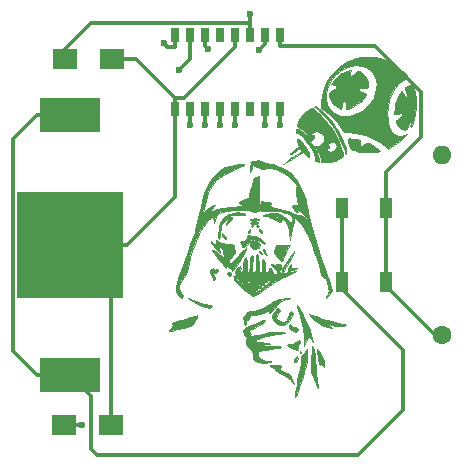
<source format=gbr>
G04 #@! TF.FileFunction,Copper,L2,Bot,Signal*
%FSLAX46Y46*%
G04 Gerber Fmt 4.6, Leading zero omitted, Abs format (unit mm)*
G04 Created by KiCad (PCBNEW 4.0.6) date 04/30/18 18:34:21*
%MOMM*%
%LPD*%
G01*
G04 APERTURE LIST*
%ADD10C,0.100000*%
%ADD11C,0.010000*%
%ADD12R,9.000000X9.000000*%
%ADD13R,5.100000X3.000000*%
%ADD14C,1.600000*%
%ADD15O,1.600000X1.600000*%
%ADD16R,0.800000X1.300000*%
%ADD17R,1.100000X1.800000*%
%ADD18R,2.000000X1.700000*%
%ADD19C,0.600000*%
%ADD20C,0.300000*%
G04 APERTURE END LIST*
D10*
D11*
G36*
X7696919Y-9051720D02*
X7570139Y-9224687D01*
X7464505Y-9311092D01*
X7451911Y-9313334D01*
X7404916Y-9390491D01*
X7373967Y-9592322D01*
X7366000Y-9800726D01*
X7350755Y-10132308D01*
X7311787Y-10444612D01*
X7281509Y-10582720D01*
X7224939Y-10810429D01*
X7157375Y-11127838D01*
X7085340Y-11497878D01*
X7015354Y-11883481D01*
X6953941Y-12247576D01*
X6907622Y-12553096D01*
X6882918Y-12762970D01*
X6884476Y-12839365D01*
X6931474Y-12786414D01*
X7019949Y-12612003D01*
X7131332Y-12353000D01*
X7138772Y-12334492D01*
X7247322Y-12037866D01*
X7382340Y-11631248D01*
X7526606Y-11168248D01*
X7662612Y-10703508D01*
X7794619Y-10216583D01*
X7878550Y-9853387D01*
X7920522Y-9577221D01*
X7926649Y-9351384D01*
X7912719Y-9202383D01*
X7856016Y-8790106D01*
X7696919Y-9051720D01*
X7696919Y-9051720D01*
G37*
X7696919Y-9051720D02*
X7570139Y-9224687D01*
X7464505Y-9311092D01*
X7451911Y-9313334D01*
X7404916Y-9390491D01*
X7373967Y-9592322D01*
X7366000Y-9800726D01*
X7350755Y-10132308D01*
X7311787Y-10444612D01*
X7281509Y-10582720D01*
X7224939Y-10810429D01*
X7157375Y-11127838D01*
X7085340Y-11497878D01*
X7015354Y-11883481D01*
X6953941Y-12247576D01*
X6907622Y-12553096D01*
X6882918Y-12762970D01*
X6884476Y-12839365D01*
X6931474Y-12786414D01*
X7019949Y-12612003D01*
X7131332Y-12353000D01*
X7138772Y-12334492D01*
X7247322Y-12037866D01*
X7382340Y-11631248D01*
X7526606Y-11168248D01*
X7662612Y-10703508D01*
X7794619Y-10216583D01*
X7878550Y-9853387D01*
X7920522Y-9577221D01*
X7926649Y-9351384D01*
X7912719Y-9202383D01*
X7856016Y-8790106D01*
X7696919Y-9051720D01*
G36*
X8290448Y-9017000D02*
X8243643Y-9526491D01*
X8223350Y-10002673D01*
X8228999Y-10412887D01*
X8260020Y-10724472D01*
X8315843Y-10904767D01*
X8323598Y-10915333D01*
X8407984Y-11067123D01*
X8509913Y-11319304D01*
X8581015Y-11532949D01*
X8671309Y-11799397D01*
X8755208Y-11994020D01*
X8803309Y-12063749D01*
X8831545Y-12026653D01*
X8804363Y-11875259D01*
X8792025Y-11833800D01*
X8756757Y-11651579D01*
X8718911Y-11338505D01*
X8682250Y-10932940D01*
X8650536Y-10473247D01*
X8640293Y-10287000D01*
X8607890Y-9784426D01*
X8566500Y-9344874D01*
X8519989Y-9001533D01*
X8472224Y-8787588D01*
X8462751Y-8763000D01*
X8349850Y-8509000D01*
X8290448Y-9017000D01*
X8290448Y-9017000D01*
G37*
X8290448Y-9017000D02*
X8243643Y-9526491D01*
X8223350Y-10002673D01*
X8228999Y-10412887D01*
X8260020Y-10724472D01*
X8315843Y-10904767D01*
X8323598Y-10915333D01*
X8407984Y-11067123D01*
X8509913Y-11319304D01*
X8581015Y-11532949D01*
X8671309Y-11799397D01*
X8755208Y-11994020D01*
X8803309Y-12063749D01*
X8831545Y-12026653D01*
X8804363Y-11875259D01*
X8792025Y-11833800D01*
X8756757Y-11651579D01*
X8718911Y-11338505D01*
X8682250Y-10932940D01*
X8650536Y-10473247D01*
X8640293Y-10287000D01*
X8607890Y-9784426D01*
X8566500Y-9344874D01*
X8519989Y-9001533D01*
X8472224Y-8787588D01*
X8462751Y-8763000D01*
X8349850Y-8509000D01*
X8290448Y-9017000D01*
G36*
X4882649Y-10124088D02*
X4759818Y-10145960D01*
X4772618Y-10187197D01*
X4797485Y-10202334D01*
X4954067Y-10315714D01*
X5153036Y-10493115D01*
X5207377Y-10546875D01*
X5447359Y-10742330D01*
X5711622Y-10891497D01*
X5758122Y-10909588D01*
X5984443Y-11027110D01*
X6252530Y-11219923D01*
X6422702Y-11369380D01*
X6792277Y-11726334D01*
X6635597Y-11430000D01*
X6533670Y-11208044D01*
X6480062Y-11034496D01*
X6477725Y-11010090D01*
X6402694Y-10907268D01*
X6221161Y-10834284D01*
X6220995Y-10834250D01*
X5962439Y-10753309D01*
X5742379Y-10636807D01*
X5598789Y-10511543D01*
X5569642Y-10404314D01*
X5583653Y-10384481D01*
X5670654Y-10253776D01*
X5614569Y-10169503D01*
X5406869Y-10126318D01*
X5157763Y-10117667D01*
X4882649Y-10124088D01*
X4882649Y-10124088D01*
G37*
X4882649Y-10124088D02*
X4759818Y-10145960D01*
X4772618Y-10187197D01*
X4797485Y-10202334D01*
X4954067Y-10315714D01*
X5153036Y-10493115D01*
X5207377Y-10546875D01*
X5447359Y-10742330D01*
X5711622Y-10891497D01*
X5758122Y-10909588D01*
X5984443Y-11027110D01*
X6252530Y-11219923D01*
X6422702Y-11369380D01*
X6792277Y-11726334D01*
X6635597Y-11430000D01*
X6533670Y-11208044D01*
X6480062Y-11034496D01*
X6477725Y-11010090D01*
X6402694Y-10907268D01*
X6221161Y-10834284D01*
X6220995Y-10834250D01*
X5962439Y-10753309D01*
X5742379Y-10636807D01*
X5598789Y-10511543D01*
X5569642Y-10404314D01*
X5583653Y-10384481D01*
X5670654Y-10253776D01*
X5614569Y-10169503D01*
X5406869Y-10126318D01*
X5157763Y-10117667D01*
X4882649Y-10124088D01*
G36*
X8744846Y-8927214D02*
X8766262Y-9136295D01*
X8807937Y-9408478D01*
X8861040Y-9695072D01*
X8916739Y-9947386D01*
X8966203Y-10116730D01*
X8993754Y-10160000D01*
X9051269Y-10089781D01*
X9063152Y-10011834D01*
X9089676Y-9966958D01*
X9156515Y-10075126D01*
X9174075Y-10114791D01*
X9252060Y-10272335D01*
X9303475Y-10285474D01*
X9339514Y-10213897D01*
X9365337Y-10017093D01*
X9345282Y-9835772D01*
X9284078Y-9670968D01*
X9173796Y-9447872D01*
X9039830Y-9209575D01*
X8907574Y-8999166D01*
X8802421Y-8859737D01*
X8752519Y-8829926D01*
X8744846Y-8927214D01*
X8744846Y-8927214D01*
G37*
X8744846Y-8927214D02*
X8766262Y-9136295D01*
X8807937Y-9408478D01*
X8861040Y-9695072D01*
X8916739Y-9947386D01*
X8966203Y-10116730D01*
X8993754Y-10160000D01*
X9051269Y-10089781D01*
X9063152Y-10011834D01*
X9089676Y-9966958D01*
X9156515Y-10075126D01*
X9174075Y-10114791D01*
X9252060Y-10272335D01*
X9303475Y-10285474D01*
X9339514Y-10213897D01*
X9365337Y-10017093D01*
X9345282Y-9835772D01*
X9284078Y-9670968D01*
X9173796Y-9447872D01*
X9039830Y-9209575D01*
X8907574Y-8999166D01*
X8802421Y-8859737D01*
X8752519Y-8829926D01*
X8744846Y-8927214D01*
G36*
X5070773Y-7367153D02*
X4717238Y-7396253D01*
X4400158Y-7437746D01*
X4160408Y-7489744D01*
X4127812Y-7500358D01*
X3830889Y-7579238D01*
X3537979Y-7618892D01*
X3494925Y-7620000D01*
X3194901Y-7674320D01*
X2933291Y-7815087D01*
X2757140Y-8009013D01*
X2709333Y-8175855D01*
X2766293Y-8362250D01*
X2913393Y-8597757D01*
X3005667Y-8709518D01*
X3210369Y-8980839D01*
X3295320Y-9227493D01*
X3302000Y-9331640D01*
X3355357Y-9621495D01*
X3525280Y-9816571D01*
X3826545Y-9928124D01*
X4130673Y-9962922D01*
X4428977Y-9963617D01*
X4678836Y-9938759D01*
X4783667Y-9910546D01*
X4861941Y-9861338D01*
X4804443Y-9836210D01*
X4614333Y-9826968D01*
X4309763Y-9777091D01*
X4019494Y-9663840D01*
X3995280Y-9649753D01*
X3808297Y-9510697D01*
X3739401Y-9363312D01*
X3741280Y-9205570D01*
X3749991Y-9103734D01*
X3769120Y-9028360D01*
X3822179Y-8972356D01*
X3932682Y-8928634D01*
X4124142Y-8890101D01*
X4420073Y-8849667D01*
X4843989Y-8800241D01*
X5231052Y-8756316D01*
X5533032Y-8707694D01*
X5702861Y-8648547D01*
X5730993Y-8602321D01*
X5634181Y-8546321D01*
X5439770Y-8532577D01*
X5410608Y-8534689D01*
X5101216Y-8555124D01*
X4730996Y-8568888D01*
X4335999Y-8576044D01*
X3952278Y-8576650D01*
X3615884Y-8570768D01*
X3362869Y-8558459D01*
X3229283Y-8539782D01*
X3217333Y-8531004D01*
X3294727Y-8497418D01*
X3497821Y-8470777D01*
X3782988Y-8456755D01*
X3788833Y-8456650D01*
X4126482Y-8442788D01*
X4432226Y-8416758D01*
X4614333Y-8389050D01*
X4724691Y-8356120D01*
X4711804Y-8328583D01*
X4559521Y-8300013D01*
X4318000Y-8271163D01*
X3989249Y-8229278D01*
X3695220Y-8181847D01*
X3531088Y-8146831D01*
X3424579Y-8110652D01*
X3407749Y-8070151D01*
X3499774Y-8009685D01*
X3719833Y-7913613D01*
X3912088Y-7836052D01*
X4399404Y-7672542D01*
X4900944Y-7576944D01*
X5291667Y-7541151D01*
X5623965Y-7511782D01*
X5877789Y-7473312D01*
X6016821Y-7432056D01*
X6031960Y-7412429D01*
X5941356Y-7373084D01*
X5723707Y-7353681D01*
X5419887Y-7352333D01*
X5070773Y-7367153D01*
X5070773Y-7367153D01*
G37*
X5070773Y-7367153D02*
X4717238Y-7396253D01*
X4400158Y-7437746D01*
X4160408Y-7489744D01*
X4127812Y-7500358D01*
X3830889Y-7579238D01*
X3537979Y-7618892D01*
X3494925Y-7620000D01*
X3194901Y-7674320D01*
X2933291Y-7815087D01*
X2757140Y-8009013D01*
X2709333Y-8175855D01*
X2766293Y-8362250D01*
X2913393Y-8597757D01*
X3005667Y-8709518D01*
X3210369Y-8980839D01*
X3295320Y-9227493D01*
X3302000Y-9331640D01*
X3355357Y-9621495D01*
X3525280Y-9816571D01*
X3826545Y-9928124D01*
X4130673Y-9962922D01*
X4428977Y-9963617D01*
X4678836Y-9938759D01*
X4783667Y-9910546D01*
X4861941Y-9861338D01*
X4804443Y-9836210D01*
X4614333Y-9826968D01*
X4309763Y-9777091D01*
X4019494Y-9663840D01*
X3995280Y-9649753D01*
X3808297Y-9510697D01*
X3739401Y-9363312D01*
X3741280Y-9205570D01*
X3749991Y-9103734D01*
X3769120Y-9028360D01*
X3822179Y-8972356D01*
X3932682Y-8928634D01*
X4124142Y-8890101D01*
X4420073Y-8849667D01*
X4843989Y-8800241D01*
X5231052Y-8756316D01*
X5533032Y-8707694D01*
X5702861Y-8648547D01*
X5730993Y-8602321D01*
X5634181Y-8546321D01*
X5439770Y-8532577D01*
X5410608Y-8534689D01*
X5101216Y-8555124D01*
X4730996Y-8568888D01*
X4335999Y-8576044D01*
X3952278Y-8576650D01*
X3615884Y-8570768D01*
X3362869Y-8558459D01*
X3229283Y-8539782D01*
X3217333Y-8531004D01*
X3294727Y-8497418D01*
X3497821Y-8470777D01*
X3782988Y-8456755D01*
X3788833Y-8456650D01*
X4126482Y-8442788D01*
X4432226Y-8416758D01*
X4614333Y-8389050D01*
X4724691Y-8356120D01*
X4711804Y-8328583D01*
X4559521Y-8300013D01*
X4318000Y-8271163D01*
X3989249Y-8229278D01*
X3695220Y-8181847D01*
X3531088Y-8146831D01*
X3424579Y-8110652D01*
X3407749Y-8070151D01*
X3499774Y-8009685D01*
X3719833Y-7913613D01*
X3912088Y-7836052D01*
X4399404Y-7672542D01*
X4900944Y-7576944D01*
X5291667Y-7541151D01*
X5623965Y-7511782D01*
X5877789Y-7473312D01*
X6016821Y-7432056D01*
X6031960Y-7412429D01*
X5941356Y-7373084D01*
X5723707Y-7353681D01*
X5419887Y-7352333D01*
X5070773Y-7367153D01*
G36*
X6959427Y-9463220D02*
X6897211Y-9567334D01*
X6810168Y-9742151D01*
X6776334Y-9842500D01*
X6829727Y-9905070D01*
X6949266Y-9891400D01*
X7058971Y-9817307D01*
X7081382Y-9779000D01*
X7094607Y-9593687D01*
X7072603Y-9503834D01*
X7021647Y-9417449D01*
X6959427Y-9463220D01*
X6959427Y-9463220D01*
G37*
X6959427Y-9463220D02*
X6897211Y-9567334D01*
X6810168Y-9742151D01*
X6776334Y-9842500D01*
X6829727Y-9905070D01*
X6949266Y-9891400D01*
X7058971Y-9817307D01*
X7081382Y-9779000D01*
X7094607Y-9593687D01*
X7072603Y-9503834D01*
X7021647Y-9417449D01*
X6959427Y-9463220D01*
G36*
X7309556Y-9002889D02*
X7299423Y-9103369D01*
X7309556Y-9115778D01*
X7359890Y-9104156D01*
X7366000Y-9059334D01*
X7335022Y-8989643D01*
X7309556Y-9002889D01*
X7309556Y-9002889D01*
G37*
X7309556Y-9002889D02*
X7299423Y-9103369D01*
X7309556Y-9115778D01*
X7359890Y-9104156D01*
X7366000Y-9059334D01*
X7335022Y-8989643D01*
X7309556Y-9002889D01*
G36*
X7126110Y-8100087D02*
X7000376Y-8198222D01*
X6713757Y-8354280D01*
X6492710Y-8382000D01*
X6263006Y-8401965D01*
X6196615Y-8459648D01*
X6292564Y-8551731D01*
X6549881Y-8674899D01*
X6582437Y-8687998D01*
X6828225Y-8786038D01*
X7009743Y-8859099D01*
X7061595Y-8880386D01*
X7102452Y-8846844D01*
X7086329Y-8775890D01*
X7089650Y-8612650D01*
X7169235Y-8402822D01*
X7177081Y-8388803D01*
X7265122Y-8178176D01*
X7242716Y-8076096D01*
X7126110Y-8100087D01*
X7126110Y-8100087D01*
G37*
X7126110Y-8100087D02*
X7000376Y-8198222D01*
X6713757Y-8354280D01*
X6492710Y-8382000D01*
X6263006Y-8401965D01*
X6196615Y-8459648D01*
X6292564Y-8551731D01*
X6549881Y-8674899D01*
X6582437Y-8687998D01*
X6828225Y-8786038D01*
X7009743Y-8859099D01*
X7061595Y-8880386D01*
X7102452Y-8846844D01*
X7086329Y-8775890D01*
X7089650Y-8612650D01*
X7169235Y-8402822D01*
X7177081Y-8388803D01*
X7265122Y-8178176D01*
X7242716Y-8076096D01*
X7126110Y-8100087D01*
G36*
X7052382Y-5215156D02*
X7115910Y-5445522D01*
X7209537Y-5763097D01*
X7291716Y-6031522D01*
X7533227Y-7035096D01*
X7613542Y-7695756D01*
X7670986Y-8509000D01*
X7824019Y-8149167D01*
X7941693Y-7903453D01*
X8037678Y-7807983D01*
X8140624Y-7851327D01*
X8248410Y-7979834D01*
X8389474Y-8170334D01*
X8337027Y-7916334D01*
X8254283Y-7621485D01*
X8113491Y-7224433D01*
X7934738Y-6773204D01*
X7738111Y-6315823D01*
X7543698Y-5900315D01*
X7371587Y-5574706D01*
X7326680Y-5500752D01*
X7177530Y-5276922D01*
X7070719Y-5136235D01*
X7029501Y-5109100D01*
X7052382Y-5215156D01*
X7052382Y-5215156D01*
G37*
X7052382Y-5215156D02*
X7115910Y-5445522D01*
X7209537Y-5763097D01*
X7291716Y-6031522D01*
X7533227Y-7035096D01*
X7613542Y-7695756D01*
X7670986Y-8509000D01*
X7824019Y-8149167D01*
X7941693Y-7903453D01*
X8037678Y-7807983D01*
X8140624Y-7851327D01*
X8248410Y-7979834D01*
X8389474Y-8170334D01*
X8337027Y-7916334D01*
X8254283Y-7621485D01*
X8113491Y-7224433D01*
X7934738Y-6773204D01*
X7738111Y-6315823D01*
X7543698Y-5900315D01*
X7371587Y-5574706D01*
X7326680Y-5500752D01*
X7177530Y-5276922D01*
X7070719Y-5136235D01*
X7029501Y-5109100D01*
X7052382Y-5215156D01*
G36*
X4194428Y-6341335D02*
X4035093Y-6426369D01*
X3804068Y-6543286D01*
X3483767Y-6673855D01*
X3184510Y-6776553D01*
X2788324Y-6930737D01*
X2551564Y-7105159D01*
X2464534Y-7311590D01*
X2517536Y-7561800D01*
X2524595Y-7577667D01*
X2620462Y-7740722D01*
X2732734Y-7769648D01*
X2919724Y-7679281D01*
X2921000Y-7678521D01*
X3066557Y-7592085D01*
X3123565Y-7558546D01*
X3105923Y-7488659D01*
X3052776Y-7414088D01*
X2994190Y-7256243D01*
X3062466Y-7137694D01*
X3160084Y-7112000D01*
X3319614Y-7067175D01*
X3559164Y-6953444D01*
X3822117Y-6801921D01*
X4051857Y-6643723D01*
X4127500Y-6580324D01*
X4284385Y-6409220D01*
X4303938Y-6324967D01*
X4194428Y-6341335D01*
X4194428Y-6341335D01*
G37*
X4194428Y-6341335D02*
X4035093Y-6426369D01*
X3804068Y-6543286D01*
X3483767Y-6673855D01*
X3184510Y-6776553D01*
X2788324Y-6930737D01*
X2551564Y-7105159D01*
X2464534Y-7311590D01*
X2517536Y-7561800D01*
X2524595Y-7577667D01*
X2620462Y-7740722D01*
X2732734Y-7769648D01*
X2919724Y-7679281D01*
X2921000Y-7678521D01*
X3066557Y-7592085D01*
X3123565Y-7558546D01*
X3105923Y-7488659D01*
X3052776Y-7414088D01*
X2994190Y-7256243D01*
X3062466Y-7137694D01*
X3160084Y-7112000D01*
X3319614Y-7067175D01*
X3559164Y-6953444D01*
X3822117Y-6801921D01*
X4051857Y-6643723D01*
X4127500Y-6580324D01*
X4284385Y-6409220D01*
X4303938Y-6324967D01*
X4194428Y-6341335D01*
G36*
X6371490Y-6777641D02*
X6348329Y-6865078D01*
X6345380Y-7012702D01*
X6444859Y-7126965D01*
X6597591Y-7214982D01*
X6792962Y-7315411D01*
X6889719Y-7352729D01*
X6943541Y-7333603D01*
X7010104Y-7264697D01*
X7010400Y-7264400D01*
X7109982Y-7098988D01*
X7053364Y-6983130D01*
X6868367Y-6942667D01*
X6649642Y-6896886D01*
X6510007Y-6804429D01*
X6420472Y-6719876D01*
X6371490Y-6777641D01*
X6371490Y-6777641D01*
G37*
X6371490Y-6777641D02*
X6348329Y-6865078D01*
X6345380Y-7012702D01*
X6444859Y-7126965D01*
X6597591Y-7214982D01*
X6792962Y-7315411D01*
X6889719Y-7352729D01*
X6943541Y-7333603D01*
X7010104Y-7264697D01*
X7010400Y-7264400D01*
X7109982Y-7098988D01*
X7053364Y-6983130D01*
X6868367Y-6942667D01*
X6649642Y-6896886D01*
X6510007Y-6804429D01*
X6420472Y-6719876D01*
X6371490Y-6777641D01*
G36*
X-1469596Y-5967429D02*
X-1675701Y-6023632D01*
X-1958181Y-6113366D01*
X-2008869Y-6130466D01*
X-2389761Y-6251904D01*
X-2787796Y-6366144D01*
X-3081495Y-6440090D01*
X-3394070Y-6525770D01*
X-3541545Y-6605416D01*
X-3522322Y-6677853D01*
X-3450167Y-6710840D01*
X-3435033Y-6784457D01*
X-3551086Y-6937645D01*
X-3628454Y-7014229D01*
X-3774385Y-7164410D01*
X-3811972Y-7249243D01*
X-3728058Y-7272147D01*
X-3509482Y-7236544D01*
X-3143088Y-7145853D01*
X-3132667Y-7143106D01*
X-2639491Y-7012332D01*
X-2282511Y-6912017D01*
X-2034369Y-6828765D01*
X-1867704Y-6749183D01*
X-1755157Y-6659877D01*
X-1669368Y-6547451D01*
X-1582976Y-6398513D01*
X-1572162Y-6379147D01*
X-1454679Y-6155025D01*
X-1387651Y-5999313D01*
X-1381471Y-5956307D01*
X-1469596Y-5967429D01*
X-1469596Y-5967429D01*
G37*
X-1469596Y-5967429D02*
X-1675701Y-6023632D01*
X-1958181Y-6113366D01*
X-2008869Y-6130466D01*
X-2389761Y-6251904D01*
X-2787796Y-6366144D01*
X-3081495Y-6440090D01*
X-3394070Y-6525770D01*
X-3541545Y-6605416D01*
X-3522322Y-6677853D01*
X-3450167Y-6710840D01*
X-3435033Y-6784457D01*
X-3551086Y-6937645D01*
X-3628454Y-7014229D01*
X-3774385Y-7164410D01*
X-3811972Y-7249243D01*
X-3728058Y-7272147D01*
X-3509482Y-7236544D01*
X-3143088Y-7145853D01*
X-3132667Y-7143106D01*
X-2639491Y-7012332D01*
X-2282511Y-6912017D01*
X-2034369Y-6828765D01*
X-1867704Y-6749183D01*
X-1755157Y-6659877D01*
X-1669368Y-6547451D01*
X-1582976Y-6398513D01*
X-1572162Y-6379147D01*
X-1454679Y-6155025D01*
X-1387651Y-5999313D01*
X-1381471Y-5956307D01*
X-1469596Y-5967429D01*
G36*
X8043333Y-5832552D02*
X8105364Y-5944365D01*
X8266123Y-6121068D01*
X8487612Y-6327653D01*
X8731835Y-6529111D01*
X8960793Y-6690434D01*
X9000109Y-6714051D01*
X9297220Y-6855007D01*
X9608224Y-6957513D01*
X9694333Y-6975516D01*
X10033000Y-7031186D01*
X9821333Y-6845871D01*
X9697168Y-6728987D01*
X9700965Y-6700513D01*
X9779000Y-6725597D01*
X10003947Y-6781857D01*
X10307927Y-6821108D01*
X10632510Y-6840288D01*
X10919263Y-6836336D01*
X11109753Y-6806187D01*
X11131612Y-6796492D01*
X11164745Y-6750299D01*
X11083922Y-6701800D01*
X10871435Y-6644738D01*
X10509576Y-6572855D01*
X10486985Y-6568712D01*
X10036371Y-6467320D01*
X9520154Y-6322278D01*
X9027190Y-6159334D01*
X8868833Y-6099802D01*
X8530374Y-5971989D01*
X8259107Y-5879097D01*
X8087380Y-5831598D01*
X8043333Y-5832552D01*
X8043333Y-5832552D01*
G37*
X8043333Y-5832552D02*
X8105364Y-5944365D01*
X8266123Y-6121068D01*
X8487612Y-6327653D01*
X8731835Y-6529111D01*
X8960793Y-6690434D01*
X9000109Y-6714051D01*
X9297220Y-6855007D01*
X9608224Y-6957513D01*
X9694333Y-6975516D01*
X10033000Y-7031186D01*
X9821333Y-6845871D01*
X9697168Y-6728987D01*
X9700965Y-6700513D01*
X9779000Y-6725597D01*
X10003947Y-6781857D01*
X10307927Y-6821108D01*
X10632510Y-6840288D01*
X10919263Y-6836336D01*
X11109753Y-6806187D01*
X11131612Y-6796492D01*
X11164745Y-6750299D01*
X11083922Y-6701800D01*
X10871435Y-6644738D01*
X10509576Y-6572855D01*
X10486985Y-6568712D01*
X10036371Y-6467320D01*
X9520154Y-6322278D01*
X9027190Y-6159334D01*
X8868833Y-6099802D01*
X8530374Y-5971989D01*
X8259107Y-5879097D01*
X8087380Y-5831598D01*
X8043333Y-5832552D01*
G36*
X5279636Y-5434193D02*
X5241617Y-5467234D01*
X5030932Y-5746928D01*
X4962014Y-6049868D01*
X5030152Y-6337040D01*
X5230636Y-6569431D01*
X5385072Y-6655441D01*
X5704077Y-6756488D01*
X5952588Y-6744316D01*
X6189705Y-6614698D01*
X6213714Y-6596178D01*
X6387277Y-6416353D01*
X6530449Y-6192193D01*
X6630336Y-5961380D01*
X6674044Y-5761597D01*
X6648677Y-5630528D01*
X6553584Y-5602959D01*
X6449458Y-5695277D01*
X6335648Y-5903506D01*
X6278417Y-6053667D01*
X6183281Y-6306265D01*
X6088740Y-6437859D01*
X5955836Y-6492094D01*
X5877821Y-6502438D01*
X5565877Y-6452869D01*
X5412155Y-6359786D01*
X5305405Y-6269043D01*
X5259836Y-6190821D01*
X5282068Y-6083971D01*
X5378723Y-5907347D01*
X5522380Y-5674780D01*
X5583323Y-5517797D01*
X5524381Y-5405847D01*
X5418229Y-5357270D01*
X5279636Y-5434193D01*
X5279636Y-5434193D01*
G37*
X5279636Y-5434193D02*
X5241617Y-5467234D01*
X5030932Y-5746928D01*
X4962014Y-6049868D01*
X5030152Y-6337040D01*
X5230636Y-6569431D01*
X5385072Y-6655441D01*
X5704077Y-6756488D01*
X5952588Y-6744316D01*
X6189705Y-6614698D01*
X6213714Y-6596178D01*
X6387277Y-6416353D01*
X6530449Y-6192193D01*
X6630336Y-5961380D01*
X6674044Y-5761597D01*
X6648677Y-5630528D01*
X6553584Y-5602959D01*
X6449458Y-5695277D01*
X6335648Y-5903506D01*
X6278417Y-6053667D01*
X6183281Y-6306265D01*
X6088740Y-6437859D01*
X5955836Y-6492094D01*
X5877821Y-6502438D01*
X5565877Y-6452869D01*
X5412155Y-6359786D01*
X5305405Y-6269043D01*
X5259836Y-6190821D01*
X5282068Y-6083971D01*
X5378723Y-5907347D01*
X5522380Y-5674780D01*
X5583323Y-5517797D01*
X5524381Y-5405847D01*
X5418229Y-5357270D01*
X5279636Y-5434193D01*
G36*
X6108584Y-4511385D02*
X6006388Y-4515101D01*
X5756570Y-4530259D01*
X5550125Y-4565443D01*
X5345176Y-4636871D01*
X5099846Y-4760765D01*
X4772258Y-4953343D01*
X4594855Y-5061813D01*
X4204968Y-5295499D01*
X3917983Y-5449356D01*
X3696901Y-5538954D01*
X3504719Y-5579864D01*
X3344454Y-5588000D01*
X3056303Y-5612194D01*
X2850886Y-5705183D01*
X2718975Y-5820834D01*
X2567845Y-6005846D01*
X2514421Y-6197022D01*
X2522714Y-6413500D01*
X2563810Y-6631168D01*
X2622777Y-6757033D01*
X2678089Y-6769428D01*
X2708220Y-6646687D01*
X2709333Y-6601343D01*
X2761083Y-6439953D01*
X2828693Y-6383550D01*
X2941935Y-6272027D01*
X2996630Y-6144196D01*
X3050285Y-6028549D01*
X3167616Y-5959348D01*
X3392899Y-5916017D01*
X3518087Y-5901840D01*
X3856619Y-5840912D01*
X4184997Y-5740945D01*
X4318471Y-5682329D01*
X4645976Y-5511624D01*
X4672488Y-5692377D01*
X4701201Y-5766665D01*
X4766592Y-5745835D01*
X4888866Y-5614291D01*
X5061345Y-5392204D01*
X5340797Y-5047541D01*
X5585697Y-4819392D01*
X5841310Y-4674929D01*
X6152903Y-4581325D01*
X6190848Y-4573081D01*
X6376764Y-4531929D01*
X6433016Y-4510441D01*
X6347618Y-4504849D01*
X6108584Y-4511385D01*
X6108584Y-4511385D01*
G37*
X6108584Y-4511385D02*
X6006388Y-4515101D01*
X5756570Y-4530259D01*
X5550125Y-4565443D01*
X5345176Y-4636871D01*
X5099846Y-4760765D01*
X4772258Y-4953343D01*
X4594855Y-5061813D01*
X4204968Y-5295499D01*
X3917983Y-5449356D01*
X3696901Y-5538954D01*
X3504719Y-5579864D01*
X3344454Y-5588000D01*
X3056303Y-5612194D01*
X2850886Y-5705183D01*
X2718975Y-5820834D01*
X2567845Y-6005846D01*
X2514421Y-6197022D01*
X2522714Y-6413500D01*
X2563810Y-6631168D01*
X2622777Y-6757033D01*
X2678089Y-6769428D01*
X2708220Y-6646687D01*
X2709333Y-6601343D01*
X2761083Y-6439953D01*
X2828693Y-6383550D01*
X2941935Y-6272027D01*
X2996630Y-6144196D01*
X3050285Y-6028549D01*
X3167616Y-5959348D01*
X3392899Y-5916017D01*
X3518087Y-5901840D01*
X3856619Y-5840912D01*
X4184997Y-5740945D01*
X4318471Y-5682329D01*
X4645976Y-5511624D01*
X4672488Y-5692377D01*
X4701201Y-5766665D01*
X4766592Y-5745835D01*
X4888866Y-5614291D01*
X5061345Y-5392204D01*
X5340797Y-5047541D01*
X5585697Y-4819392D01*
X5841310Y-4674929D01*
X6152903Y-4581325D01*
X6190848Y-4573081D01*
X6376764Y-4531929D01*
X6433016Y-4510441D01*
X6347618Y-4504849D01*
X6108584Y-4511385D01*
G36*
X-2175409Y-4517854D02*
X-2134642Y-4578911D01*
X-1964334Y-4685074D01*
X-1693413Y-4821772D01*
X-1350806Y-4974435D01*
X-965440Y-5128492D01*
X-956232Y-5131962D01*
X-629388Y-5251588D01*
X-424218Y-5313261D01*
X-305314Y-5322271D01*
X-237270Y-5283905D01*
X-208185Y-5243701D01*
X-179228Y-5164958D01*
X-223943Y-5104379D01*
X-369097Y-5049389D01*
X-641460Y-4987409D01*
X-833515Y-4949906D01*
X-1195514Y-4864018D01*
X-1546854Y-4753055D01*
X-1778334Y-4656496D01*
X-1995111Y-4558212D01*
X-2143326Y-4513843D01*
X-2175409Y-4517854D01*
X-2175409Y-4517854D01*
G37*
X-2175409Y-4517854D02*
X-2134642Y-4578911D01*
X-1964334Y-4685074D01*
X-1693413Y-4821772D01*
X-1350806Y-4974435D01*
X-965440Y-5128492D01*
X-956232Y-5131962D01*
X-629388Y-5251588D01*
X-424218Y-5313261D01*
X-305314Y-5322271D01*
X-237270Y-5283905D01*
X-208185Y-5243701D01*
X-179228Y-5164958D01*
X-223943Y-5104379D01*
X-369097Y-5049389D01*
X-641460Y-4987409D01*
X-833515Y-4949906D01*
X-1195514Y-4864018D01*
X-1546854Y-4753055D01*
X-1778334Y-4656496D01*
X-1995111Y-4558212D01*
X-2143326Y-4513843D01*
X-2175409Y-4517854D01*
G36*
X2135243Y6833066D02*
X1758007Y6768516D01*
X1355230Y6676619D01*
X983256Y6570883D01*
X698425Y6464815D01*
X615292Y6421562D01*
X236771Y6112476D01*
X-132679Y5667136D01*
X-467452Y5117812D01*
X-549940Y4953000D01*
X-632253Y4771250D01*
X-711257Y4571692D01*
X-792199Y4335367D01*
X-880327Y4043317D01*
X-980888Y3676583D01*
X-1099129Y3216205D01*
X-1240299Y2643225D01*
X-1409644Y1938683D01*
X-1562739Y1293772D01*
X-1629606Y1055701D01*
X-1745212Y691587D01*
X-1898622Y233863D01*
X-2078904Y-285042D01*
X-2275124Y-832699D01*
X-2333434Y-992228D01*
X-2609515Y-1748105D01*
X-2828866Y-2363450D01*
X-2994848Y-2856046D01*
X-3110823Y-3243673D01*
X-3180151Y-3544113D01*
X-3206192Y-3775147D01*
X-3192310Y-3954556D01*
X-3141863Y-4100122D01*
X-3058213Y-4229626D01*
X-2965815Y-4337831D01*
X-2798543Y-4497937D01*
X-2718927Y-4514378D01*
X-2711815Y-4483100D01*
X-2761181Y-4300336D01*
X-2794000Y-4250267D01*
X-2835271Y-4190680D01*
X-2777067Y-4233334D01*
X-2635622Y-4322846D01*
X-2591950Y-4295404D01*
X-2653068Y-4177014D01*
X-2735826Y-4080534D01*
X-2883527Y-3896714D01*
X-2959932Y-3743665D01*
X-2962861Y-3720701D01*
X-2904382Y-3379180D01*
X-2756458Y-3017372D01*
X-2556875Y-2726730D01*
X-2548649Y-2718182D01*
X-2363376Y-2451894D01*
X-2235498Y-2074850D01*
X-2208845Y-1951179D01*
X-2112014Y-1534527D01*
X-1972303Y-1031200D01*
X-1804104Y-484709D01*
X-1621813Y61434D01*
X-1439824Y563720D01*
X-1272530Y978637D01*
X-1162472Y1211799D01*
X-948719Y1545622D01*
X-671249Y1889080D01*
X-472212Y2091056D01*
X-42333Y2478180D01*
X54913Y1905000D01*
X119195Y2159000D01*
X176193Y2376475D01*
X217548Y2522656D01*
X348978Y2668005D01*
X639133Y2786243D01*
X1079246Y2875151D01*
X1660550Y2932512D01*
X1883833Y2944223D01*
X2878667Y2986577D01*
X2878667Y3962968D01*
X2501559Y3819821D01*
X2222212Y3706509D01*
X2093023Y3628885D01*
X2102438Y3572408D01*
X2238902Y3522544D01*
X2260807Y3516930D01*
X2497499Y3457524D01*
X2285916Y3340429D01*
X2078919Y3275731D01*
X1756696Y3232380D01*
X1439333Y3218148D01*
X663164Y3136781D01*
X238011Y3019943D01*
X-64769Y2923835D01*
X-222583Y2898695D01*
X-247270Y2951565D01*
X-150666Y3089490D01*
X-57626Y3195833D01*
X68930Y3360195D01*
X76229Y3429344D01*
X-17983Y3407583D01*
X-195959Y3299214D01*
X-439953Y3108543D01*
X-448848Y3100964D01*
X-905855Y2710530D01*
X-837357Y3143844D01*
X-682363Y3850567D01*
X-457539Y4489843D01*
X-175606Y5038706D01*
X150714Y5474190D01*
X508699Y5773328D01*
X662467Y5851560D01*
X955851Y5980730D01*
X1228914Y6113294D01*
X1312333Y6157940D01*
X1518647Y6269353D01*
X1811813Y6422402D01*
X2116667Y6578024D01*
X2387874Y6719681D01*
X2519622Y6804605D01*
X2526698Y6845928D01*
X2430597Y6856762D01*
X2135243Y6833066D01*
X2135243Y6833066D01*
G37*
X2135243Y6833066D02*
X1758007Y6768516D01*
X1355230Y6676619D01*
X983256Y6570883D01*
X698425Y6464815D01*
X615292Y6421562D01*
X236771Y6112476D01*
X-132679Y5667136D01*
X-467452Y5117812D01*
X-549940Y4953000D01*
X-632253Y4771250D01*
X-711257Y4571692D01*
X-792199Y4335367D01*
X-880327Y4043317D01*
X-980888Y3676583D01*
X-1099129Y3216205D01*
X-1240299Y2643225D01*
X-1409644Y1938683D01*
X-1562739Y1293772D01*
X-1629606Y1055701D01*
X-1745212Y691587D01*
X-1898622Y233863D01*
X-2078904Y-285042D01*
X-2275124Y-832699D01*
X-2333434Y-992228D01*
X-2609515Y-1748105D01*
X-2828866Y-2363450D01*
X-2994848Y-2856046D01*
X-3110823Y-3243673D01*
X-3180151Y-3544113D01*
X-3206192Y-3775147D01*
X-3192310Y-3954556D01*
X-3141863Y-4100122D01*
X-3058213Y-4229626D01*
X-2965815Y-4337831D01*
X-2798543Y-4497937D01*
X-2718927Y-4514378D01*
X-2711815Y-4483100D01*
X-2761181Y-4300336D01*
X-2794000Y-4250267D01*
X-2835271Y-4190680D01*
X-2777067Y-4233334D01*
X-2635622Y-4322846D01*
X-2591950Y-4295404D01*
X-2653068Y-4177014D01*
X-2735826Y-4080534D01*
X-2883527Y-3896714D01*
X-2959932Y-3743665D01*
X-2962861Y-3720701D01*
X-2904382Y-3379180D01*
X-2756458Y-3017372D01*
X-2556875Y-2726730D01*
X-2548649Y-2718182D01*
X-2363376Y-2451894D01*
X-2235498Y-2074850D01*
X-2208845Y-1951179D01*
X-2112014Y-1534527D01*
X-1972303Y-1031200D01*
X-1804104Y-484709D01*
X-1621813Y61434D01*
X-1439824Y563720D01*
X-1272530Y978637D01*
X-1162472Y1211799D01*
X-948719Y1545622D01*
X-671249Y1889080D01*
X-472212Y2091056D01*
X-42333Y2478180D01*
X54913Y1905000D01*
X119195Y2159000D01*
X176193Y2376475D01*
X217548Y2522656D01*
X348978Y2668005D01*
X639133Y2786243D01*
X1079246Y2875151D01*
X1660550Y2932512D01*
X1883833Y2944223D01*
X2878667Y2986577D01*
X2878667Y3962968D01*
X2501559Y3819821D01*
X2222212Y3706509D01*
X2093023Y3628885D01*
X2102438Y3572408D01*
X2238902Y3522544D01*
X2260807Y3516930D01*
X2497499Y3457524D01*
X2285916Y3340429D01*
X2078919Y3275731D01*
X1756696Y3232380D01*
X1439333Y3218148D01*
X663164Y3136781D01*
X238011Y3019943D01*
X-64769Y2923835D01*
X-222583Y2898695D01*
X-247270Y2951565D01*
X-150666Y3089490D01*
X-57626Y3195833D01*
X68930Y3360195D01*
X76229Y3429344D01*
X-17983Y3407583D01*
X-195959Y3299214D01*
X-439953Y3108543D01*
X-448848Y3100964D01*
X-905855Y2710530D01*
X-837357Y3143844D01*
X-682363Y3850567D01*
X-457539Y4489843D01*
X-175606Y5038706D01*
X150714Y5474190D01*
X508699Y5773328D01*
X662467Y5851560D01*
X955851Y5980730D01*
X1228914Y6113294D01*
X1312333Y6157940D01*
X1518647Y6269353D01*
X1811813Y6422402D01*
X2116667Y6578024D01*
X2387874Y6719681D01*
X2519622Y6804605D01*
X2526698Y6845928D01*
X2430597Y6856762D01*
X2135243Y6833066D01*
G36*
X3480441Y7157743D02*
X3337520Y7109409D01*
X3108017Y7022152D01*
X3304434Y6813076D01*
X3548956Y6644862D01*
X3742749Y6604000D01*
X3936824Y6563913D01*
X4032787Y6478550D01*
X4103374Y6398386D01*
X4241733Y6439272D01*
X4255282Y6446413D01*
X4492012Y6501072D01*
X4829328Y6488370D01*
X5215505Y6414947D01*
X5598821Y6287440D01*
X5643408Y6268273D01*
X5924925Y6100551D01*
X6264883Y5830530D01*
X6617158Y5495684D01*
X6862974Y5238798D01*
X7057054Y5029996D01*
X7174010Y4896933D01*
X7196667Y4864401D01*
X7132005Y4861298D01*
X7057579Y4884687D01*
X6999760Y4898349D01*
X6964506Y4870626D01*
X6952344Y4777803D01*
X6963800Y4596165D01*
X6999403Y4301998D01*
X7059680Y3871586D01*
X7083838Y3704166D01*
X7104904Y3497320D01*
X7063968Y3408067D01*
X6927302Y3387047D01*
X6866893Y3386666D01*
X6684627Y3372494D01*
X6604196Y3338191D01*
X6604000Y3336237D01*
X6655196Y3214789D01*
X6776201Y3045003D01*
X6918140Y2886295D01*
X7032139Y2798081D01*
X7050032Y2794000D01*
X7097804Y2826814D01*
X7044267Y2895600D01*
X6955140Y3019812D01*
X6942667Y3064489D01*
X7003095Y3050878D01*
X7162208Y2952003D01*
X7386753Y2788737D01*
X7408011Y2772389D01*
X7641092Y2576093D01*
X7808141Y2404340D01*
X7873647Y2293732D01*
X7873678Y2292408D01*
X7838747Y2239040D01*
X7722551Y2315221D01*
X7682062Y2352132D01*
X7492093Y2480644D01*
X7322229Y2528015D01*
X7158798Y2557613D01*
X6901254Y2639095D01*
X6646333Y2738085D01*
X6284826Y2870799D01*
X5858724Y2998929D01*
X5525491Y3080198D01*
X5205644Y3155250D01*
X4935904Y3233627D01*
X4744149Y3304808D01*
X4658254Y3358274D01*
X4706098Y3383505D01*
X4720167Y3384092D01*
X4814016Y3454851D01*
X4826000Y3513666D01*
X4760095Y3608636D01*
X4551441Y3640593D01*
X4536592Y3640667D01*
X4296902Y3655276D01*
X4117240Y3690576D01*
X4113258Y3692058D01*
X4032109Y3695325D01*
X3991789Y3601682D01*
X3979876Y3377648D01*
X3979770Y3332225D01*
X3980207Y2921000D01*
X4847604Y2918029D01*
X5270630Y2910997D01*
X5577692Y2887344D01*
X5821984Y2838106D01*
X6056704Y2754322D01*
X6201833Y2689880D01*
X6500072Y2532203D01*
X6652816Y2387460D01*
X6678181Y2224921D01*
X6597149Y2019198D01*
X6536481Y1929097D01*
X6468185Y1926217D01*
X6356568Y2026313D01*
X6214787Y2187981D01*
X5841759Y2501397D01*
X5391167Y2687759D01*
X4906891Y2736443D01*
X4432809Y2636826D01*
X4405742Y2625940D01*
X4206276Y2527085D01*
X4169773Y2462543D01*
X4297245Y2431655D01*
X4589700Y2433759D01*
X4690625Y2439484D01*
X5247224Y2432401D01*
X5676252Y2323202D01*
X5993745Y2099494D01*
X6215741Y1748885D01*
X6358277Y1258980D01*
X6380151Y1133880D01*
X6486372Y465666D01*
X6551829Y1036276D01*
X6595602Y1330890D01*
X6647269Y1553374D01*
X6695310Y1655106D01*
X6744060Y1762756D01*
X6771279Y1973352D01*
X6773333Y2054625D01*
X6773333Y2405923D01*
X7153795Y2032528D01*
X7381357Y1768848D01*
X7627710Y1420696D01*
X7843422Y1058584D01*
X7863601Y1020067D01*
X8075305Y568626D01*
X8301712Y17901D01*
X8524491Y-580726D01*
X8725309Y-1175877D01*
X8885836Y-1716169D01*
X8979816Y-2108504D01*
X9053019Y-2418689D01*
X9133504Y-2600886D01*
X9241467Y-2695948D01*
X9278204Y-2712072D01*
X9477462Y-2845918D01*
X9612632Y-3086089D01*
X9697553Y-3459622D01*
X9710088Y-3555767D01*
X9723731Y-3874197D01*
X9666384Y-4103132D01*
X9614380Y-4195689D01*
X9512149Y-4382725D01*
X9517121Y-4449782D01*
X9613545Y-4393308D01*
X9768465Y-4230413D01*
X9912465Y-4010382D01*
X9987565Y-3800174D01*
X9990667Y-3762557D01*
X9960187Y-3609316D01*
X9876891Y-3336452D01*
X9752989Y-2980687D01*
X9600695Y-2578747D01*
X9577540Y-2520220D01*
X8962043Y-838119D01*
X8467262Y820503D01*
X8175349Y2032000D01*
X7994398Y2836333D01*
X7769580Y2836333D01*
X7765124Y2702494D01*
X7746522Y2716935D01*
X7706602Y2888358D01*
X7699810Y2921000D01*
X7655507Y3182127D01*
X7634982Y3397364D01*
X7634897Y3429000D01*
X7649893Y3496453D01*
X7679930Y3437175D01*
X7715725Y3292013D01*
X7747994Y3101813D01*
X7767457Y2907422D01*
X7769580Y2836333D01*
X7994398Y2836333D01*
X7988324Y2863330D01*
X7819592Y3549521D01*
X7769939Y3725333D01*
X7620000Y3725333D01*
X7589022Y3655643D01*
X7563556Y3668889D01*
X7553423Y3769368D01*
X7563556Y3781778D01*
X7613890Y3770155D01*
X7620000Y3725333D01*
X7769939Y3725333D01*
X7684255Y4028722D01*
X7528649Y4028722D01*
X7513083Y3918908D01*
X7484181Y3917597D01*
X7463969Y4030914D01*
X7477497Y4079875D01*
X7515091Y4111945D01*
X7528649Y4028722D01*
X7684255Y4028722D01*
X7660560Y4112620D01*
X7604832Y4275666D01*
X7450667Y4275666D01*
X7408333Y4233333D01*
X7366000Y4275666D01*
X7408333Y4318000D01*
X7450667Y4275666D01*
X7604832Y4275666D01*
X7518016Y4529666D01*
X7366000Y4529666D01*
X7323667Y4487333D01*
X7281333Y4529666D01*
X7323667Y4572000D01*
X7366000Y4529666D01*
X7518016Y4529666D01*
X7502633Y4574672D01*
X7448944Y4699000D01*
X7281333Y4699000D01*
X7239000Y4656666D01*
X7196667Y4699000D01*
X7239000Y4741333D01*
X7281333Y4699000D01*
X7448944Y4699000D01*
X7337215Y4957725D01*
X7155714Y5283824D01*
X6949533Y5575016D01*
X6710078Y5853346D01*
X6668164Y5898094D01*
X6192398Y6317101D01*
X5648270Y6626775D01*
X4997727Y6847061D01*
X4747923Y6904644D01*
X4422601Y6978847D01*
X4148633Y7052756D01*
X3980872Y7111442D01*
X3972323Y7115752D01*
X3741807Y7190101D01*
X3480441Y7157743D01*
X3480441Y7157743D01*
G37*
X3480441Y7157743D02*
X3337520Y7109409D01*
X3108017Y7022152D01*
X3304434Y6813076D01*
X3548956Y6644862D01*
X3742749Y6604000D01*
X3936824Y6563913D01*
X4032787Y6478550D01*
X4103374Y6398386D01*
X4241733Y6439272D01*
X4255282Y6446413D01*
X4492012Y6501072D01*
X4829328Y6488370D01*
X5215505Y6414947D01*
X5598821Y6287440D01*
X5643408Y6268273D01*
X5924925Y6100551D01*
X6264883Y5830530D01*
X6617158Y5495684D01*
X6862974Y5238798D01*
X7057054Y5029996D01*
X7174010Y4896933D01*
X7196667Y4864401D01*
X7132005Y4861298D01*
X7057579Y4884687D01*
X6999760Y4898349D01*
X6964506Y4870626D01*
X6952344Y4777803D01*
X6963800Y4596165D01*
X6999403Y4301998D01*
X7059680Y3871586D01*
X7083838Y3704166D01*
X7104904Y3497320D01*
X7063968Y3408067D01*
X6927302Y3387047D01*
X6866893Y3386666D01*
X6684627Y3372494D01*
X6604196Y3338191D01*
X6604000Y3336237D01*
X6655196Y3214789D01*
X6776201Y3045003D01*
X6918140Y2886295D01*
X7032139Y2798081D01*
X7050032Y2794000D01*
X7097804Y2826814D01*
X7044267Y2895600D01*
X6955140Y3019812D01*
X6942667Y3064489D01*
X7003095Y3050878D01*
X7162208Y2952003D01*
X7386753Y2788737D01*
X7408011Y2772389D01*
X7641092Y2576093D01*
X7808141Y2404340D01*
X7873647Y2293732D01*
X7873678Y2292408D01*
X7838747Y2239040D01*
X7722551Y2315221D01*
X7682062Y2352132D01*
X7492093Y2480644D01*
X7322229Y2528015D01*
X7158798Y2557613D01*
X6901254Y2639095D01*
X6646333Y2738085D01*
X6284826Y2870799D01*
X5858724Y2998929D01*
X5525491Y3080198D01*
X5205644Y3155250D01*
X4935904Y3233627D01*
X4744149Y3304808D01*
X4658254Y3358274D01*
X4706098Y3383505D01*
X4720167Y3384092D01*
X4814016Y3454851D01*
X4826000Y3513666D01*
X4760095Y3608636D01*
X4551441Y3640593D01*
X4536592Y3640667D01*
X4296902Y3655276D01*
X4117240Y3690576D01*
X4113258Y3692058D01*
X4032109Y3695325D01*
X3991789Y3601682D01*
X3979876Y3377648D01*
X3979770Y3332225D01*
X3980207Y2921000D01*
X4847604Y2918029D01*
X5270630Y2910997D01*
X5577692Y2887344D01*
X5821984Y2838106D01*
X6056704Y2754322D01*
X6201833Y2689880D01*
X6500072Y2532203D01*
X6652816Y2387460D01*
X6678181Y2224921D01*
X6597149Y2019198D01*
X6536481Y1929097D01*
X6468185Y1926217D01*
X6356568Y2026313D01*
X6214787Y2187981D01*
X5841759Y2501397D01*
X5391167Y2687759D01*
X4906891Y2736443D01*
X4432809Y2636826D01*
X4405742Y2625940D01*
X4206276Y2527085D01*
X4169773Y2462543D01*
X4297245Y2431655D01*
X4589700Y2433759D01*
X4690625Y2439484D01*
X5247224Y2432401D01*
X5676252Y2323202D01*
X5993745Y2099494D01*
X6215741Y1748885D01*
X6358277Y1258980D01*
X6380151Y1133880D01*
X6486372Y465666D01*
X6551829Y1036276D01*
X6595602Y1330890D01*
X6647269Y1553374D01*
X6695310Y1655106D01*
X6744060Y1762756D01*
X6771279Y1973352D01*
X6773333Y2054625D01*
X6773333Y2405923D01*
X7153795Y2032528D01*
X7381357Y1768848D01*
X7627710Y1420696D01*
X7843422Y1058584D01*
X7863601Y1020067D01*
X8075305Y568626D01*
X8301712Y17901D01*
X8524491Y-580726D01*
X8725309Y-1175877D01*
X8885836Y-1716169D01*
X8979816Y-2108504D01*
X9053019Y-2418689D01*
X9133504Y-2600886D01*
X9241467Y-2695948D01*
X9278204Y-2712072D01*
X9477462Y-2845918D01*
X9612632Y-3086089D01*
X9697553Y-3459622D01*
X9710088Y-3555767D01*
X9723731Y-3874197D01*
X9666384Y-4103132D01*
X9614380Y-4195689D01*
X9512149Y-4382725D01*
X9517121Y-4449782D01*
X9613545Y-4393308D01*
X9768465Y-4230413D01*
X9912465Y-4010382D01*
X9987565Y-3800174D01*
X9990667Y-3762557D01*
X9960187Y-3609316D01*
X9876891Y-3336452D01*
X9752989Y-2980687D01*
X9600695Y-2578747D01*
X9577540Y-2520220D01*
X8962043Y-838119D01*
X8467262Y820503D01*
X8175349Y2032000D01*
X7994398Y2836333D01*
X7769580Y2836333D01*
X7765124Y2702494D01*
X7746522Y2716935D01*
X7706602Y2888358D01*
X7699810Y2921000D01*
X7655507Y3182127D01*
X7634982Y3397364D01*
X7634897Y3429000D01*
X7649893Y3496453D01*
X7679930Y3437175D01*
X7715725Y3292013D01*
X7747994Y3101813D01*
X7767457Y2907422D01*
X7769580Y2836333D01*
X7994398Y2836333D01*
X7988324Y2863330D01*
X7819592Y3549521D01*
X7769939Y3725333D01*
X7620000Y3725333D01*
X7589022Y3655643D01*
X7563556Y3668889D01*
X7553423Y3769368D01*
X7563556Y3781778D01*
X7613890Y3770155D01*
X7620000Y3725333D01*
X7769939Y3725333D01*
X7684255Y4028722D01*
X7528649Y4028722D01*
X7513083Y3918908D01*
X7484181Y3917597D01*
X7463969Y4030914D01*
X7477497Y4079875D01*
X7515091Y4111945D01*
X7528649Y4028722D01*
X7684255Y4028722D01*
X7660560Y4112620D01*
X7604832Y4275666D01*
X7450667Y4275666D01*
X7408333Y4233333D01*
X7366000Y4275666D01*
X7408333Y4318000D01*
X7450667Y4275666D01*
X7604832Y4275666D01*
X7518016Y4529666D01*
X7366000Y4529666D01*
X7323667Y4487333D01*
X7281333Y4529666D01*
X7323667Y4572000D01*
X7366000Y4529666D01*
X7518016Y4529666D01*
X7502633Y4574672D01*
X7448944Y4699000D01*
X7281333Y4699000D01*
X7239000Y4656666D01*
X7196667Y4699000D01*
X7239000Y4741333D01*
X7281333Y4699000D01*
X7448944Y4699000D01*
X7337215Y4957725D01*
X7155714Y5283824D01*
X6949533Y5575016D01*
X6710078Y5853346D01*
X6668164Y5898094D01*
X6192398Y6317101D01*
X5648270Y6626775D01*
X4997727Y6847061D01*
X4747923Y6904644D01*
X4422601Y6978847D01*
X4148633Y7052756D01*
X3980872Y7111442D01*
X3972323Y7115752D01*
X3741807Y7190101D01*
X3480441Y7157743D01*
G36*
X6604023Y-2265415D02*
X6385927Y-2319329D01*
X6010515Y-2392486D01*
X5777050Y-2378439D01*
X5749065Y-2366242D01*
X5532556Y-2292079D01*
X5380626Y-2317544D01*
X5334000Y-2413000D01*
X5314014Y-2454998D01*
X5240884Y-2486798D01*
X5094855Y-2509747D01*
X4856168Y-2525194D01*
X4505067Y-2534484D01*
X4021796Y-2538965D01*
X3471333Y-2540000D01*
X2810581Y-2543781D01*
X2285388Y-2554862D01*
X1904389Y-2572850D01*
X1676218Y-2597354D01*
X1608667Y-2624667D01*
X1681123Y-2688313D01*
X1820333Y-2709334D01*
X1992386Y-2754875D01*
X2032000Y-2841555D01*
X2106943Y-2949970D01*
X2312309Y-3093766D01*
X2561167Y-3224961D01*
X2788415Y-3338426D01*
X2906893Y-3409465D01*
X2895834Y-3425237D01*
X2878667Y-3421263D01*
X2421921Y-3262345D01*
X2085994Y-3059431D01*
X1997711Y-2975019D01*
X1839942Y-2833418D01*
X1731735Y-2800374D01*
X1703573Y-2883096D01*
X1708292Y-2906572D01*
X1786838Y-3022781D01*
X1966552Y-3211498D01*
X2215143Y-3445050D01*
X2500325Y-3695767D01*
X2789808Y-3935978D01*
X3051304Y-4138011D01*
X3252525Y-4274196D01*
X3354761Y-4317598D01*
X3486953Y-4268171D01*
X3714235Y-4135450D01*
X3999712Y-3942223D01*
X4191000Y-3801080D01*
X4633564Y-3468595D01*
X4987553Y-3217851D01*
X5295588Y-3023528D01*
X5600288Y-2860305D01*
X5679523Y-2824038D01*
X4906400Y-2824038D01*
X4872105Y-2919575D01*
X4716127Y-3088740D01*
X4431476Y-3339667D01*
X4179520Y-3546138D01*
X3874032Y-3780256D01*
X3609220Y-3961552D01*
X3416273Y-4069983D01*
X3332854Y-4090213D01*
X3228604Y-4026059D01*
X3217333Y-4003550D01*
X3280763Y-3991015D01*
X3341622Y-4008911D01*
X3475461Y-4011859D01*
X3511483Y-3982867D01*
X3491500Y-3891461D01*
X3450694Y-3866249D01*
X3436696Y-3832154D01*
X3539830Y-3816684D01*
X3640690Y-3789758D01*
X3180612Y-3789758D01*
X3097389Y-3803316D01*
X2987575Y-3787749D01*
X2986264Y-3758847D01*
X3099581Y-3738636D01*
X3148542Y-3752163D01*
X3180612Y-3789758D01*
X3640690Y-3789758D01*
X3669785Y-3781991D01*
X3683000Y-3725334D01*
X3708233Y-3658066D01*
X3800007Y-3640667D01*
X3964098Y-3605436D01*
X3980203Y-3584222D01*
X3527778Y-3584222D01*
X3516156Y-3634557D01*
X3471333Y-3640667D01*
X3401643Y-3609689D01*
X3414889Y-3584222D01*
X3515369Y-3574089D01*
X3527778Y-3584222D01*
X3980203Y-3584222D01*
X4022636Y-3528330D01*
X3995373Y-3499556D01*
X3273778Y-3499556D01*
X3262156Y-3549890D01*
X3217333Y-3556000D01*
X3147643Y-3525022D01*
X3160889Y-3499556D01*
X3261369Y-3489423D01*
X3273778Y-3499556D01*
X3995373Y-3499556D01*
X3950535Y-3452233D01*
X3917063Y-3440571D01*
X3389130Y-3287471D01*
X3006986Y-3173216D01*
X2753059Y-3092079D01*
X2609777Y-3038333D01*
X2559565Y-3006249D01*
X2561154Y-2998624D01*
X2653462Y-3004100D01*
X2869251Y-3050158D01*
X3170017Y-3128044D01*
X3332544Y-3173958D01*
X3734256Y-3288002D01*
X3998722Y-3354414D01*
X4150463Y-3375608D01*
X4214003Y-3353999D01*
X4213861Y-3292002D01*
X4202716Y-3259667D01*
X4211997Y-3163941D01*
X4358281Y-3132873D01*
X4379924Y-3132667D01*
X4522833Y-3109844D01*
X4519202Y-3076222D01*
X4035778Y-3076222D01*
X4024156Y-3126557D01*
X3979333Y-3132667D01*
X3909643Y-3101689D01*
X3922889Y-3076222D01*
X4023369Y-3066089D01*
X4035778Y-3076222D01*
X4519202Y-3076222D01*
X4516391Y-3050196D01*
X4415395Y-2991556D01*
X3781778Y-2991556D01*
X3770156Y-3041890D01*
X3725333Y-3048000D01*
X3655643Y-3017022D01*
X3668889Y-2991556D01*
X3769369Y-2981423D01*
X3781778Y-2991556D01*
X4415395Y-2991556D01*
X4373014Y-2966949D01*
X4206006Y-2906889D01*
X3527778Y-2906889D01*
X3516156Y-2957223D01*
X3471333Y-2963334D01*
X3431786Y-2945754D01*
X2438436Y-2945754D01*
X2413000Y-2960741D01*
X2273861Y-2918584D01*
X2201333Y-2878667D01*
X2133564Y-2811579D01*
X2159000Y-2796593D01*
X2298139Y-2838749D01*
X2370667Y-2878667D01*
X2438436Y-2945754D01*
X3431786Y-2945754D01*
X3401643Y-2932355D01*
X3414889Y-2906889D01*
X3515369Y-2896756D01*
X3527778Y-2906889D01*
X4206006Y-2906889D01*
X4148667Y-2886269D01*
X3938536Y-2822222D01*
X3273778Y-2822222D01*
X3262156Y-2872557D01*
X3217333Y-2878667D01*
X3147643Y-2847689D01*
X3160889Y-2822222D01*
X3261369Y-2812089D01*
X3273778Y-2822222D01*
X3938536Y-2822222D01*
X3852333Y-2795948D01*
X4175846Y-2842272D01*
X4419350Y-2884406D01*
X4600917Y-2928288D01*
X4620346Y-2935023D01*
X4725359Y-2927998D01*
X4741333Y-2887725D01*
X4800574Y-2798344D01*
X4826000Y-2794000D01*
X4906400Y-2824038D01*
X5679523Y-2824038D01*
X5944270Y-2702861D01*
X6265985Y-2568302D01*
X6642568Y-2406416D01*
X6865816Y-2292790D01*
X6934577Y-2229819D01*
X6847698Y-2219896D01*
X6604023Y-2265415D01*
X6604023Y-2265415D01*
G37*
X6604023Y-2265415D02*
X6385927Y-2319329D01*
X6010515Y-2392486D01*
X5777050Y-2378439D01*
X5749065Y-2366242D01*
X5532556Y-2292079D01*
X5380626Y-2317544D01*
X5334000Y-2413000D01*
X5314014Y-2454998D01*
X5240884Y-2486798D01*
X5094855Y-2509747D01*
X4856168Y-2525194D01*
X4505067Y-2534484D01*
X4021796Y-2538965D01*
X3471333Y-2540000D01*
X2810581Y-2543781D01*
X2285388Y-2554862D01*
X1904389Y-2572850D01*
X1676218Y-2597354D01*
X1608667Y-2624667D01*
X1681123Y-2688313D01*
X1820333Y-2709334D01*
X1992386Y-2754875D01*
X2032000Y-2841555D01*
X2106943Y-2949970D01*
X2312309Y-3093766D01*
X2561167Y-3224961D01*
X2788415Y-3338426D01*
X2906893Y-3409465D01*
X2895834Y-3425237D01*
X2878667Y-3421263D01*
X2421921Y-3262345D01*
X2085994Y-3059431D01*
X1997711Y-2975019D01*
X1839942Y-2833418D01*
X1731735Y-2800374D01*
X1703573Y-2883096D01*
X1708292Y-2906572D01*
X1786838Y-3022781D01*
X1966552Y-3211498D01*
X2215143Y-3445050D01*
X2500325Y-3695767D01*
X2789808Y-3935978D01*
X3051304Y-4138011D01*
X3252525Y-4274196D01*
X3354761Y-4317598D01*
X3486953Y-4268171D01*
X3714235Y-4135450D01*
X3999712Y-3942223D01*
X4191000Y-3801080D01*
X4633564Y-3468595D01*
X4987553Y-3217851D01*
X5295588Y-3023528D01*
X5600288Y-2860305D01*
X5679523Y-2824038D01*
X4906400Y-2824038D01*
X4872105Y-2919575D01*
X4716127Y-3088740D01*
X4431476Y-3339667D01*
X4179520Y-3546138D01*
X3874032Y-3780256D01*
X3609220Y-3961552D01*
X3416273Y-4069983D01*
X3332854Y-4090213D01*
X3228604Y-4026059D01*
X3217333Y-4003550D01*
X3280763Y-3991015D01*
X3341622Y-4008911D01*
X3475461Y-4011859D01*
X3511483Y-3982867D01*
X3491500Y-3891461D01*
X3450694Y-3866249D01*
X3436696Y-3832154D01*
X3539830Y-3816684D01*
X3640690Y-3789758D01*
X3180612Y-3789758D01*
X3097389Y-3803316D01*
X2987575Y-3787749D01*
X2986264Y-3758847D01*
X3099581Y-3738636D01*
X3148542Y-3752163D01*
X3180612Y-3789758D01*
X3640690Y-3789758D01*
X3669785Y-3781991D01*
X3683000Y-3725334D01*
X3708233Y-3658066D01*
X3800007Y-3640667D01*
X3964098Y-3605436D01*
X3980203Y-3584222D01*
X3527778Y-3584222D01*
X3516156Y-3634557D01*
X3471333Y-3640667D01*
X3401643Y-3609689D01*
X3414889Y-3584222D01*
X3515369Y-3574089D01*
X3527778Y-3584222D01*
X3980203Y-3584222D01*
X4022636Y-3528330D01*
X3995373Y-3499556D01*
X3273778Y-3499556D01*
X3262156Y-3549890D01*
X3217333Y-3556000D01*
X3147643Y-3525022D01*
X3160889Y-3499556D01*
X3261369Y-3489423D01*
X3273778Y-3499556D01*
X3995373Y-3499556D01*
X3950535Y-3452233D01*
X3917063Y-3440571D01*
X3389130Y-3287471D01*
X3006986Y-3173216D01*
X2753059Y-3092079D01*
X2609777Y-3038333D01*
X2559565Y-3006249D01*
X2561154Y-2998624D01*
X2653462Y-3004100D01*
X2869251Y-3050158D01*
X3170017Y-3128044D01*
X3332544Y-3173958D01*
X3734256Y-3288002D01*
X3998722Y-3354414D01*
X4150463Y-3375608D01*
X4214003Y-3353999D01*
X4213861Y-3292002D01*
X4202716Y-3259667D01*
X4211997Y-3163941D01*
X4358281Y-3132873D01*
X4379924Y-3132667D01*
X4522833Y-3109844D01*
X4519202Y-3076222D01*
X4035778Y-3076222D01*
X4024156Y-3126557D01*
X3979333Y-3132667D01*
X3909643Y-3101689D01*
X3922889Y-3076222D01*
X4023369Y-3066089D01*
X4035778Y-3076222D01*
X4519202Y-3076222D01*
X4516391Y-3050196D01*
X4415395Y-2991556D01*
X3781778Y-2991556D01*
X3770156Y-3041890D01*
X3725333Y-3048000D01*
X3655643Y-3017022D01*
X3668889Y-2991556D01*
X3769369Y-2981423D01*
X3781778Y-2991556D01*
X4415395Y-2991556D01*
X4373014Y-2966949D01*
X4206006Y-2906889D01*
X3527778Y-2906889D01*
X3516156Y-2957223D01*
X3471333Y-2963334D01*
X3431786Y-2945754D01*
X2438436Y-2945754D01*
X2413000Y-2960741D01*
X2273861Y-2918584D01*
X2201333Y-2878667D01*
X2133564Y-2811579D01*
X2159000Y-2796593D01*
X2298139Y-2838749D01*
X2370667Y-2878667D01*
X2438436Y-2945754D01*
X3431786Y-2945754D01*
X3401643Y-2932355D01*
X3414889Y-2906889D01*
X3515369Y-2896756D01*
X3527778Y-2906889D01*
X4206006Y-2906889D01*
X4148667Y-2886269D01*
X3938536Y-2822222D01*
X3273778Y-2822222D01*
X3262156Y-2872557D01*
X3217333Y-2878667D01*
X3147643Y-2847689D01*
X3160889Y-2822222D01*
X3261369Y-2812089D01*
X3273778Y-2822222D01*
X3938536Y-2822222D01*
X3852333Y-2795948D01*
X4175846Y-2842272D01*
X4419350Y-2884406D01*
X4600917Y-2928288D01*
X4620346Y-2935023D01*
X4725359Y-2927998D01*
X4741333Y-2887725D01*
X4800574Y-2798344D01*
X4826000Y-2794000D01*
X4906400Y-2824038D01*
X5679523Y-2824038D01*
X5944270Y-2702861D01*
X6265985Y-2568302D01*
X6642568Y-2406416D01*
X6865816Y-2292790D01*
X6934577Y-2229819D01*
X6847698Y-2219896D01*
X6604023Y-2265415D01*
G36*
X-186978Y-2014254D02*
X-216222Y-2042641D01*
X-301746Y-2151661D01*
X-298935Y-2267240D01*
X-219284Y-2440603D01*
X-126551Y-2656242D01*
X-84847Y-2824980D01*
X-84667Y-2832129D01*
X-35158Y-2947390D01*
X9870Y-2963334D01*
X68810Y-2894260D01*
X63091Y-2772834D01*
X986Y-2548511D01*
X-40872Y-2433207D01*
X-61350Y-2326640D01*
X30731Y-2335597D01*
X164508Y-2331162D01*
X294706Y-2256509D01*
X369218Y-2155684D01*
X339316Y-2074735D01*
X197271Y-2063470D01*
X159867Y-2080184D01*
X42125Y-2072020D01*
X-6404Y-2021681D01*
X-82699Y-1952611D01*
X-186978Y-2014254D01*
X-186978Y-2014254D01*
G37*
X-186978Y-2014254D02*
X-216222Y-2042641D01*
X-301746Y-2151661D01*
X-298935Y-2267240D01*
X-219284Y-2440603D01*
X-126551Y-2656242D01*
X-84847Y-2824980D01*
X-84667Y-2832129D01*
X-35158Y-2947390D01*
X9870Y-2963334D01*
X68810Y-2894260D01*
X63091Y-2772834D01*
X986Y-2548511D01*
X-40872Y-2433207D01*
X-61350Y-2326640D01*
X30731Y-2335597D01*
X164508Y-2331162D01*
X294706Y-2256509D01*
X369218Y-2155684D01*
X339316Y-2074735D01*
X197271Y-2063470D01*
X159867Y-2080184D01*
X42125Y-2072020D01*
X-6404Y-2021681D01*
X-82699Y-1952611D01*
X-186978Y-2014254D01*
G36*
X1203633Y-2274664D02*
X1139499Y-2392346D01*
X1176897Y-2536103D01*
X1288743Y-2621866D01*
X1316395Y-2624667D01*
X1460391Y-2563459D01*
X1486688Y-2531875D01*
X1487005Y-2404659D01*
X1387043Y-2293869D01*
X1250664Y-2257537D01*
X1203633Y-2274664D01*
X1203633Y-2274664D01*
G37*
X1203633Y-2274664D02*
X1139499Y-2392346D01*
X1176897Y-2536103D01*
X1288743Y-2621866D01*
X1316395Y-2624667D01*
X1460391Y-2563459D01*
X1486688Y-2531875D01*
X1487005Y-2404659D01*
X1387043Y-2293869D01*
X1250664Y-2257537D01*
X1203633Y-2274664D01*
G36*
X3609008Y-810154D02*
X3575860Y-948116D01*
X3559331Y-1218044D01*
X3556000Y-1516945D01*
X3553236Y-1880930D01*
X3540216Y-2107711D01*
X3509854Y-2229386D01*
X3455061Y-2278054D01*
X3386173Y-2286000D01*
X3305236Y-2275759D01*
X3259087Y-2223091D01*
X3242611Y-2095081D01*
X3250693Y-1858815D01*
X3272549Y-1554819D01*
X3295802Y-1198670D01*
X3296899Y-982739D01*
X3273291Y-879051D01*
X3222431Y-859629D01*
X3209543Y-863134D01*
X3142809Y-940625D01*
X3098062Y-1135623D01*
X3070873Y-1470640D01*
X3065743Y-1594315D01*
X3046228Y-1951336D01*
X3014816Y-2166731D01*
X2965595Y-2268103D01*
X2917576Y-2286000D01*
X2851995Y-2249908D01*
X2813526Y-2121909D01*
X2796413Y-1872421D01*
X2794000Y-1651000D01*
X2785298Y-1347479D01*
X2762279Y-1122948D01*
X2729573Y-1018776D01*
X2722924Y-1016000D01*
X2622824Y-1093293D01*
X2535626Y-1295679D01*
X2475246Y-1578925D01*
X2455333Y-1866651D01*
X2440941Y-2133252D01*
X2391928Y-2262035D01*
X2330991Y-2286000D01*
X2245575Y-2229903D01*
X2255382Y-2159000D01*
X2269713Y-1971178D01*
X2250516Y-1892317D01*
X2198839Y-1812272D01*
X2114133Y-1839319D01*
X1987457Y-1949409D01*
X1842651Y-2128597D01*
X1778207Y-2293678D01*
X1778000Y-2300759D01*
X1788091Y-2353925D01*
X1832992Y-2393309D01*
X1934643Y-2420965D01*
X2114987Y-2438942D01*
X2395963Y-2449293D01*
X2799515Y-2454070D01*
X3347581Y-2455322D01*
X3431174Y-2455334D01*
X5084349Y-2455334D01*
X4955777Y-2206702D01*
X4818015Y-1982784D01*
X4717282Y-1905960D01*
X4663215Y-1980658D01*
X4656667Y-2069337D01*
X4618912Y-2237808D01*
X4487333Y-2286000D01*
X4385112Y-2263324D01*
X4334534Y-2167395D01*
X4318581Y-1956358D01*
X4318000Y-1869592D01*
X4297088Y-1482464D01*
X4233664Y-1255699D01*
X4132384Y-1185334D01*
X4091588Y-1263642D01*
X4073227Y-1475268D01*
X4077942Y-1735844D01*
X4087561Y-2035526D01*
X4072338Y-2202900D01*
X4024622Y-2274118D01*
X3961463Y-2286178D01*
X3889885Y-2263364D01*
X3843338Y-2174251D01*
X3814597Y-1987518D01*
X3796438Y-1671841D01*
X3792130Y-1551999D01*
X3766103Y-1131192D01*
X3721285Y-875509D01*
X3661833Y-782944D01*
X3609008Y-810154D01*
X3609008Y-810154D01*
G37*
X3609008Y-810154D02*
X3575860Y-948116D01*
X3559331Y-1218044D01*
X3556000Y-1516945D01*
X3553236Y-1880930D01*
X3540216Y-2107711D01*
X3509854Y-2229386D01*
X3455061Y-2278054D01*
X3386173Y-2286000D01*
X3305236Y-2275759D01*
X3259087Y-2223091D01*
X3242611Y-2095081D01*
X3250693Y-1858815D01*
X3272549Y-1554819D01*
X3295802Y-1198670D01*
X3296899Y-982739D01*
X3273291Y-879051D01*
X3222431Y-859629D01*
X3209543Y-863134D01*
X3142809Y-940625D01*
X3098062Y-1135623D01*
X3070873Y-1470640D01*
X3065743Y-1594315D01*
X3046228Y-1951336D01*
X3014816Y-2166731D01*
X2965595Y-2268103D01*
X2917576Y-2286000D01*
X2851995Y-2249908D01*
X2813526Y-2121909D01*
X2796413Y-1872421D01*
X2794000Y-1651000D01*
X2785298Y-1347479D01*
X2762279Y-1122948D01*
X2729573Y-1018776D01*
X2722924Y-1016000D01*
X2622824Y-1093293D01*
X2535626Y-1295679D01*
X2475246Y-1578925D01*
X2455333Y-1866651D01*
X2440941Y-2133252D01*
X2391928Y-2262035D01*
X2330991Y-2286000D01*
X2245575Y-2229903D01*
X2255382Y-2159000D01*
X2269713Y-1971178D01*
X2250516Y-1892317D01*
X2198839Y-1812272D01*
X2114133Y-1839319D01*
X1987457Y-1949409D01*
X1842651Y-2128597D01*
X1778207Y-2293678D01*
X1778000Y-2300759D01*
X1788091Y-2353925D01*
X1832992Y-2393309D01*
X1934643Y-2420965D01*
X2114987Y-2438942D01*
X2395963Y-2449293D01*
X2799515Y-2454070D01*
X3347581Y-2455322D01*
X3431174Y-2455334D01*
X5084349Y-2455334D01*
X4955777Y-2206702D01*
X4818015Y-1982784D01*
X4717282Y-1905960D01*
X4663215Y-1980658D01*
X4656667Y-2069337D01*
X4618912Y-2237808D01*
X4487333Y-2286000D01*
X4385112Y-2263324D01*
X4334534Y-2167395D01*
X4318581Y-1956358D01*
X4318000Y-1869592D01*
X4297088Y-1482464D01*
X4233664Y-1255699D01*
X4132384Y-1185334D01*
X4091588Y-1263642D01*
X4073227Y-1475268D01*
X4077942Y-1735844D01*
X4087561Y-2035526D01*
X4072338Y-2202900D01*
X4024622Y-2274118D01*
X3961463Y-2286178D01*
X3889885Y-2263364D01*
X3843338Y-2174251D01*
X3814597Y-1987518D01*
X3796438Y-1671841D01*
X3792130Y-1551999D01*
X3766103Y-1131192D01*
X3721285Y-875509D01*
X3661833Y-782944D01*
X3609008Y-810154D01*
G36*
X6768228Y-581734D02*
X6639146Y-736353D01*
X6467051Y-968373D01*
X6274687Y-1244313D01*
X6084796Y-1530689D01*
X5920120Y-1794019D01*
X5803402Y-2000819D01*
X5757384Y-2117606D01*
X5757333Y-2119534D01*
X5776924Y-2253710D01*
X5840056Y-2263615D01*
X5953269Y-2141997D01*
X6123106Y-1881606D01*
X6356107Y-1475191D01*
X6383766Y-1425088D01*
X6567662Y-1085111D01*
X6713635Y-803789D01*
X6806473Y-611258D01*
X6831556Y-538000D01*
X6768228Y-581734D01*
X6768228Y-581734D01*
G37*
X6768228Y-581734D02*
X6639146Y-736353D01*
X6467051Y-968373D01*
X6274687Y-1244313D01*
X6084796Y-1530689D01*
X5920120Y-1794019D01*
X5803402Y-2000819D01*
X5757384Y-2117606D01*
X5757333Y-2119534D01*
X5776924Y-2253710D01*
X5840056Y-2263615D01*
X5953269Y-2141997D01*
X6123106Y-1881606D01*
X6356107Y-1475191D01*
X6383766Y-1425088D01*
X6567662Y-1085111D01*
X6713635Y-803789D01*
X6806473Y-611258D01*
X6831556Y-538000D01*
X6768228Y-581734D01*
G36*
X6431992Y-1712217D02*
X6358283Y-1875301D01*
X6290018Y-2076669D01*
X6283886Y-2175813D01*
X6368452Y-2188169D01*
X6572283Y-2129174D01*
X6731000Y-2076704D01*
X7069667Y-1965089D01*
X6784625Y-1956211D01*
X6593894Y-1934843D01*
X6531932Y-1867823D01*
X6543866Y-1778000D01*
X6558824Y-1633823D01*
X6511794Y-1617001D01*
X6431992Y-1712217D01*
X6431992Y-1712217D01*
G37*
X6431992Y-1712217D02*
X6358283Y-1875301D01*
X6290018Y-2076669D01*
X6283886Y-2175813D01*
X6368452Y-2188169D01*
X6572283Y-2129174D01*
X6731000Y-2076704D01*
X7069667Y-1965089D01*
X6784625Y-1956211D01*
X6593894Y-1934843D01*
X6531932Y-1867823D01*
X6543866Y-1778000D01*
X6558824Y-1633823D01*
X6511794Y-1617001D01*
X6431992Y-1712217D01*
G36*
X4865425Y-1600140D02*
X4959484Y-1761330D01*
X5086418Y-1949920D01*
X5254958Y-2109092D01*
X5450261Y-2183291D01*
X5609362Y-2150291D01*
X5622104Y-2139007D01*
X5659078Y-2025352D01*
X5668328Y-1905000D01*
X5418667Y-1905000D01*
X5376333Y-1947334D01*
X5334000Y-1905000D01*
X5376333Y-1862667D01*
X5418667Y-1905000D01*
X5668328Y-1905000D01*
X5672667Y-1848556D01*
X5649949Y-1678276D01*
X5546213Y-1615599D01*
X5418667Y-1608667D01*
X5240388Y-1636968D01*
X5164689Y-1705166D01*
X5164667Y-1706456D01*
X5112469Y-1729260D01*
X4984957Y-1646595D01*
X4980780Y-1642956D01*
X4873152Y-1562508D01*
X4865425Y-1600140D01*
X4865425Y-1600140D01*
G37*
X4865425Y-1600140D02*
X4959484Y-1761330D01*
X5086418Y-1949920D01*
X5254958Y-2109092D01*
X5450261Y-2183291D01*
X5609362Y-2150291D01*
X5622104Y-2139007D01*
X5659078Y-2025352D01*
X5668328Y-1905000D01*
X5418667Y-1905000D01*
X5376333Y-1947334D01*
X5334000Y-1905000D01*
X5376333Y-1862667D01*
X5418667Y-1905000D01*
X5668328Y-1905000D01*
X5672667Y-1848556D01*
X5649949Y-1678276D01*
X5546213Y-1615599D01*
X5418667Y-1608667D01*
X5240388Y-1636968D01*
X5164689Y-1705166D01*
X5164667Y-1706456D01*
X5112469Y-1729260D01*
X4984957Y-1646595D01*
X4980780Y-1642956D01*
X4873152Y-1562508D01*
X4865425Y-1600140D01*
G36*
X174340Y350494D02*
X169333Y210030D01*
X169333Y-29517D01*
X-42333Y169333D01*
X-194852Y294566D01*
X-255429Y306186D01*
X-233414Y226279D01*
X-138159Y76927D01*
X20985Y-119783D01*
X130040Y-237762D01*
X514080Y-635000D01*
X459291Y-296334D01*
X404503Y42333D01*
X625585Y-249283D01*
X738009Y-444079D01*
X819698Y-667777D01*
X858464Y-868945D01*
X842120Y-996152D01*
X807280Y-1016000D01*
X725932Y-965140D01*
X565158Y-836363D01*
X474317Y-758237D01*
X358646Y-671821D01*
X148575Y-671821D01*
X136994Y-677334D01*
X59728Y-617730D01*
X42333Y-592667D01*
X20759Y-513513D01*
X32340Y-508000D01*
X109605Y-567604D01*
X127000Y-592667D01*
X148575Y-671821D01*
X358646Y-671821D01*
X283614Y-615766D01*
X82205Y-501198D01*
X-83391Y-436434D01*
X-166654Y-443373D01*
X-169333Y-455237D01*
X-120630Y-537173D01*
X6821Y-714159D01*
X185039Y-949786D01*
X386037Y-1207642D01*
X581832Y-1451319D01*
X744440Y-1644406D01*
X746053Y-1646242D01*
X944128Y-1853303D01*
X1045147Y-1924201D01*
X1041694Y-1866432D01*
X926356Y-1687495D01*
X829753Y-1561618D01*
X563519Y-1227667D01*
X941131Y-1587500D01*
X1155276Y-1777600D01*
X1330205Y-1908013D01*
X1415163Y-1947334D01*
X1510721Y-2017625D01*
X1540028Y-2095033D01*
X1578220Y-2160183D01*
X1660949Y-2104493D01*
X1786801Y-1946866D01*
X1937574Y-1725972D01*
X2116689Y-1438971D01*
X2202116Y-1294269D01*
X2018352Y-1294269D01*
X1997752Y-1341585D01*
X1912501Y-1432479D01*
X1863491Y-1413833D01*
X1862667Y-1401997D01*
X1922804Y-1330384D01*
X1960415Y-1304249D01*
X2018352Y-1294269D01*
X2202116Y-1294269D01*
X2305052Y-1119911D01*
X2349892Y-1040269D01*
X2187686Y-1040269D01*
X2167085Y-1087585D01*
X2081835Y-1178479D01*
X2032824Y-1159833D01*
X2032000Y-1147997D01*
X2092137Y-1076384D01*
X2129749Y-1050249D01*
X2187686Y-1040269D01*
X2349892Y-1040269D01*
X2483571Y-802842D01*
X2633152Y-521813D01*
X2734704Y-310872D01*
X2769133Y-204068D01*
X2767026Y-198804D01*
X2700142Y-243105D01*
X2549223Y-393874D01*
X2337567Y-626610D01*
X2120222Y-878991D01*
X1805181Y-1235547D01*
X1570914Y-1461979D01*
X1422637Y-1553462D01*
X1391801Y-1552623D01*
X1283848Y-1458002D01*
X1310787Y-1300226D01*
X1392540Y-1185334D01*
X576578Y-1185334D01*
X494920Y-1129693D01*
X381000Y-1016000D01*
X283223Y-893350D01*
X270089Y-846667D01*
X351747Y-902307D01*
X465667Y-1016000D01*
X563444Y-1138650D01*
X576578Y-1185334D01*
X1392540Y-1185334D01*
X1476135Y-1067854D01*
X1574137Y-959578D01*
X1751494Y-754203D01*
X1818677Y-616336D01*
X1794607Y-503908D01*
X1785803Y-489032D01*
X1710470Y-283758D01*
X1693333Y-140307D01*
X1680830Y-35265D01*
X1619317Y30570D01*
X1472791Y72394D01*
X1205247Y105407D01*
X1083779Y117002D01*
X699242Y172056D01*
X424149Y251642D01*
X321779Y311616D01*
X213566Y394989D01*
X174340Y350494D01*
X174340Y350494D01*
G37*
X174340Y350494D02*
X169333Y210030D01*
X169333Y-29517D01*
X-42333Y169333D01*
X-194852Y294566D01*
X-255429Y306186D01*
X-233414Y226279D01*
X-138159Y76927D01*
X20985Y-119783D01*
X130040Y-237762D01*
X514080Y-635000D01*
X459291Y-296334D01*
X404503Y42333D01*
X625585Y-249283D01*
X738009Y-444079D01*
X819698Y-667777D01*
X858464Y-868945D01*
X842120Y-996152D01*
X807280Y-1016000D01*
X725932Y-965140D01*
X565158Y-836363D01*
X474317Y-758237D01*
X358646Y-671821D01*
X148575Y-671821D01*
X136994Y-677334D01*
X59728Y-617730D01*
X42333Y-592667D01*
X20759Y-513513D01*
X32340Y-508000D01*
X109605Y-567604D01*
X127000Y-592667D01*
X148575Y-671821D01*
X358646Y-671821D01*
X283614Y-615766D01*
X82205Y-501198D01*
X-83391Y-436434D01*
X-166654Y-443373D01*
X-169333Y-455237D01*
X-120630Y-537173D01*
X6821Y-714159D01*
X185039Y-949786D01*
X386037Y-1207642D01*
X581832Y-1451319D01*
X744440Y-1644406D01*
X746053Y-1646242D01*
X944128Y-1853303D01*
X1045147Y-1924201D01*
X1041694Y-1866432D01*
X926356Y-1687495D01*
X829753Y-1561618D01*
X563519Y-1227667D01*
X941131Y-1587500D01*
X1155276Y-1777600D01*
X1330205Y-1908013D01*
X1415163Y-1947334D01*
X1510721Y-2017625D01*
X1540028Y-2095033D01*
X1578220Y-2160183D01*
X1660949Y-2104493D01*
X1786801Y-1946866D01*
X1937574Y-1725972D01*
X2116689Y-1438971D01*
X2202116Y-1294269D01*
X2018352Y-1294269D01*
X1997752Y-1341585D01*
X1912501Y-1432479D01*
X1863491Y-1413833D01*
X1862667Y-1401997D01*
X1922804Y-1330384D01*
X1960415Y-1304249D01*
X2018352Y-1294269D01*
X2202116Y-1294269D01*
X2305052Y-1119911D01*
X2349892Y-1040269D01*
X2187686Y-1040269D01*
X2167085Y-1087585D01*
X2081835Y-1178479D01*
X2032824Y-1159833D01*
X2032000Y-1147997D01*
X2092137Y-1076384D01*
X2129749Y-1050249D01*
X2187686Y-1040269D01*
X2349892Y-1040269D01*
X2483571Y-802842D01*
X2633152Y-521813D01*
X2734704Y-310872D01*
X2769133Y-204068D01*
X2767026Y-198804D01*
X2700142Y-243105D01*
X2549223Y-393874D01*
X2337567Y-626610D01*
X2120222Y-878991D01*
X1805181Y-1235547D01*
X1570914Y-1461979D01*
X1422637Y-1553462D01*
X1391801Y-1552623D01*
X1283848Y-1458002D01*
X1310787Y-1300226D01*
X1392540Y-1185334D01*
X576578Y-1185334D01*
X494920Y-1129693D01*
X381000Y-1016000D01*
X283223Y-893350D01*
X270089Y-846667D01*
X351747Y-902307D01*
X465667Y-1016000D01*
X563444Y-1138650D01*
X576578Y-1185334D01*
X1392540Y-1185334D01*
X1476135Y-1067854D01*
X1574137Y-959578D01*
X1751494Y-754203D01*
X1818677Y-616336D01*
X1794607Y-503908D01*
X1785803Y-489032D01*
X1710470Y-283758D01*
X1693333Y-140307D01*
X1680830Y-35265D01*
X1619317Y30570D01*
X1472791Y72394D01*
X1205247Y105407D01*
X1083779Y117002D01*
X699242Y172056D01*
X424149Y251642D01*
X321779Y311616D01*
X213566Y394989D01*
X174340Y350494D01*
G36*
X5165397Y-336455D02*
X5109352Y-524955D01*
X5107469Y-659545D01*
X5178067Y-793981D01*
X5339462Y-982019D01*
X5412405Y-1061347D01*
X5608226Y-1268790D01*
X5720957Y-1363947D01*
X5780308Y-1360828D01*
X5815989Y-1273442D01*
X5821103Y-1254059D01*
X5885321Y-1080582D01*
X6004241Y-816501D01*
X6146936Y-529167D01*
X6422120Y0D01*
X5276437Y0D01*
X5165397Y-336455D01*
X5165397Y-336455D01*
G37*
X5165397Y-336455D02*
X5109352Y-524955D01*
X5107469Y-659545D01*
X5178067Y-793981D01*
X5339462Y-982019D01*
X5412405Y-1061347D01*
X5608226Y-1268790D01*
X5720957Y-1363947D01*
X5780308Y-1360828D01*
X5815989Y-1273442D01*
X5821103Y-1254059D01*
X5885321Y-1080582D01*
X6004241Y-816501D01*
X6146936Y-529167D01*
X6422120Y0D01*
X5276437Y0D01*
X5165397Y-336455D01*
G36*
X4167897Y-359769D02*
X4195229Y-524966D01*
X4304747Y-721896D01*
X4311804Y-731021D01*
X4427078Y-852752D01*
X4485532Y-865927D01*
X4487333Y-853880D01*
X4450063Y-716539D01*
X4358798Y-512146D01*
X4343426Y-482629D01*
X4244276Y-320441D01*
X4188549Y-303311D01*
X4167897Y-359769D01*
X4167897Y-359769D01*
G37*
X4167897Y-359769D02*
X4195229Y-524966D01*
X4304747Y-721896D01*
X4311804Y-731021D01*
X4427078Y-852752D01*
X4485532Y-865927D01*
X4487333Y-853880D01*
X4450063Y-716539D01*
X4358798Y-512146D01*
X4343426Y-482629D01*
X4244276Y-320441D01*
X4188549Y-303311D01*
X4167897Y-359769D01*
G36*
X3844654Y-529790D02*
X3867468Y-606458D01*
X3934954Y-675635D01*
X4041412Y-730236D01*
X4064000Y-692697D01*
X4011098Y-581778D01*
X3905985Y-516552D01*
X3844654Y-529790D01*
X3844654Y-529790D01*
G37*
X3844654Y-529790D02*
X3867468Y-606458D01*
X3934954Y-675635D01*
X4041412Y-730236D01*
X4064000Y-692697D01*
X4011098Y-581778D01*
X3905985Y-516552D01*
X3844654Y-529790D01*
G36*
X3346290Y370596D02*
X3152801Y228066D01*
X3051584Y32567D01*
X3048000Y-10144D01*
X3119912Y-181231D01*
X3296344Y-293041D01*
X3518344Y-330458D01*
X3726959Y-278365D01*
X3814198Y-206608D01*
X3879243Y-13977D01*
X3827909Y198728D01*
X3687774Y362415D01*
X3568481Y408970D01*
X3346290Y370596D01*
X3346290Y370596D01*
G37*
X3346290Y370596D02*
X3152801Y228066D01*
X3051584Y32567D01*
X3048000Y-10144D01*
X3119912Y-181231D01*
X3296344Y-293041D01*
X3518344Y-330458D01*
X3726959Y-278365D01*
X3814198Y-206608D01*
X3879243Y-13977D01*
X3827909Y198728D01*
X3687774Y362415D01*
X3568481Y408970D01*
X3346290Y370596D01*
G36*
X2950480Y869451D02*
X2921000Y846666D01*
X2812416Y681628D01*
X2794000Y586136D01*
X2733524Y460935D01*
X2535059Y383034D01*
X2493739Y374677D01*
X2301860Y330838D01*
X2251285Y278375D01*
X2315909Y183218D01*
X2332700Y164509D01*
X2419333Y14517D01*
X2416297Y-79332D01*
X2389782Y-167267D01*
X2470394Y-155760D01*
X2636575Y-55433D01*
X2866766Y123093D01*
X2921000Y169333D01*
X3235133Y401673D01*
X3496716Y492601D01*
X3739737Y446256D01*
X3963893Y296333D01*
X4168354Y137457D01*
X4277612Y93213D01*
X4314418Y156740D01*
X4314915Y190500D01*
X4250519Y301277D01*
X4091177Y459573D01*
X3997415Y535654D01*
X3735389Y698371D01*
X3492118Y750616D01*
X3372017Y745705D01*
X3171933Y737265D01*
X3068567Y753268D01*
X3064543Y760384D01*
X3045232Y890353D01*
X2950480Y869451D01*
X2950480Y869451D01*
G37*
X2950480Y869451D02*
X2921000Y846666D01*
X2812416Y681628D01*
X2794000Y586136D01*
X2733524Y460935D01*
X2535059Y383034D01*
X2493739Y374677D01*
X2301860Y330838D01*
X2251285Y278375D01*
X2315909Y183218D01*
X2332700Y164509D01*
X2419333Y14517D01*
X2416297Y-79332D01*
X2389782Y-167267D01*
X2470394Y-155760D01*
X2636575Y-55433D01*
X2866766Y123093D01*
X2921000Y169333D01*
X3235133Y401673D01*
X3496716Y492601D01*
X3739737Y446256D01*
X3963893Y296333D01*
X4168354Y137457D01*
X4277612Y93213D01*
X4314418Y156740D01*
X4314915Y190500D01*
X4250519Y301277D01*
X4091177Y459573D01*
X3997415Y535654D01*
X3735389Y698371D01*
X3492118Y750616D01*
X3372017Y745705D01*
X3171933Y737265D01*
X3068567Y753268D01*
X3064543Y760384D01*
X3045232Y890353D01*
X2950480Y869451D01*
G36*
X678994Y896641D02*
X677333Y849645D01*
X745533Y678266D01*
X841101Y595645D01*
X1012677Y518853D01*
X1061721Y548957D01*
X996972Y698163D01*
X960199Y762000D01*
X819111Y959052D01*
X722588Y1004797D01*
X678994Y896641D01*
X678994Y896641D01*
G37*
X678994Y896641D02*
X677333Y849645D01*
X745533Y678266D01*
X841101Y595645D01*
X1012677Y518853D01*
X1061721Y548957D01*
X996972Y698163D01*
X960199Y762000D01*
X819111Y959052D01*
X722588Y1004797D01*
X678994Y896641D01*
G36*
X1725120Y2754012D02*
X1255854Y2617965D01*
X857335Y2350474D01*
X568656Y1978249D01*
X557077Y1955932D01*
X502231Y1785421D01*
X453616Y1527619D01*
X415356Y1228073D01*
X391570Y932329D01*
X386382Y685936D01*
X403913Y534439D01*
X426045Y508000D01*
X465146Y585437D01*
X508498Y789802D01*
X547506Y1079181D01*
X551906Y1121833D01*
X590447Y1448430D01*
X645542Y1668964D01*
X745999Y1846259D01*
X920626Y2043141D01*
X1020942Y2144705D01*
X1428886Y2553743D01*
X2069329Y2525705D01*
X2388591Y2521204D01*
X2603586Y2537624D01*
X2683749Y2572409D01*
X2683094Y2577041D01*
X2566079Y2682167D01*
X2324856Y2749901D01*
X2001957Y2772388D01*
X1725120Y2754012D01*
X1725120Y2754012D01*
G37*
X1725120Y2754012D02*
X1255854Y2617965D01*
X857335Y2350474D01*
X568656Y1978249D01*
X557077Y1955932D01*
X502231Y1785421D01*
X453616Y1527619D01*
X415356Y1228073D01*
X391570Y932329D01*
X386382Y685936D01*
X403913Y534439D01*
X426045Y508000D01*
X465146Y585437D01*
X508498Y789802D01*
X547506Y1079181D01*
X551906Y1121833D01*
X590447Y1448430D01*
X645542Y1668964D01*
X745999Y1846259D01*
X920626Y2043141D01*
X1020942Y2144705D01*
X1428886Y2553743D01*
X2069329Y2525705D01*
X2388591Y2521204D01*
X2603586Y2537624D01*
X2683749Y2572409D01*
X2683094Y2577041D01*
X2566079Y2682167D01*
X2324856Y2749901D01*
X2001957Y2772388D01*
X1725120Y2754012D01*
G36*
X3822245Y1219715D02*
X3886728Y1077655D01*
X4011044Y1016000D01*
X4087084Y1043867D01*
X4064942Y1156137D01*
X4034868Y1223419D01*
X3939483Y1353940D01*
X3862258Y1356110D01*
X3822245Y1219715D01*
X3822245Y1219715D01*
G37*
X3822245Y1219715D02*
X3886728Y1077655D01*
X4011044Y1016000D01*
X4087084Y1043867D01*
X4064942Y1156137D01*
X4034868Y1223419D01*
X3939483Y1353940D01*
X3862258Y1356110D01*
X3822245Y1219715D01*
G36*
X2983534Y1299798D02*
X2963333Y1270000D01*
X2884551Y1094793D01*
X2934980Y1018620D01*
X2963333Y1016000D01*
X3028913Y1087708D01*
X3046704Y1206500D01*
X3033336Y1330214D01*
X2983534Y1299798D01*
X2983534Y1299798D01*
G37*
X2983534Y1299798D02*
X2963333Y1270000D01*
X2884551Y1094793D01*
X2934980Y1018620D01*
X2963333Y1016000D01*
X3028913Y1087708D01*
X3046704Y1206500D01*
X3033336Y1330214D01*
X2983534Y1299798D01*
G36*
X3590369Y1652287D02*
X3598333Y1608666D01*
X3706576Y1527229D01*
X3730330Y1524000D01*
X3807720Y1588579D01*
X3810000Y1608666D01*
X3741085Y1682971D01*
X3678003Y1693333D01*
X3590369Y1652287D01*
X3590369Y1652287D01*
G37*
X3590369Y1652287D02*
X3598333Y1608666D01*
X3706576Y1527229D01*
X3730330Y1524000D01*
X3807720Y1588579D01*
X3810000Y1608666D01*
X3741085Y1682971D01*
X3678003Y1693333D01*
X3590369Y1652287D01*
G36*
X3148821Y1649129D02*
X3132667Y1608666D01*
X3193434Y1526423D01*
X3212337Y1524000D01*
X3327004Y1585544D01*
X3344333Y1608666D01*
X3325140Y1681150D01*
X3264664Y1693333D01*
X3148821Y1649129D01*
X3148821Y1649129D01*
G37*
X3148821Y1649129D02*
X3132667Y1608666D01*
X3193434Y1526423D01*
X3212337Y1524000D01*
X3327004Y1585544D01*
X3344333Y1608666D01*
X3325140Y1681150D01*
X3264664Y1693333D01*
X3148821Y1649129D01*
G36*
X1405078Y2343149D02*
X1304934Y2256465D01*
X1184430Y2094794D01*
X1079273Y1915841D01*
X1025172Y1777311D01*
X1030924Y1738505D01*
X1098407Y1780643D01*
X1239629Y1914503D01*
X1334131Y2013853D01*
X1513166Y2230598D01*
X1561623Y2349262D01*
X1478816Y2366666D01*
X1405078Y2343149D01*
X1405078Y2343149D01*
G37*
X1405078Y2343149D02*
X1304934Y2256465D01*
X1184430Y2094794D01*
X1079273Y1915841D01*
X1025172Y1777311D01*
X1030924Y1738505D01*
X1098407Y1780643D01*
X1239629Y1914503D01*
X1334131Y2013853D01*
X1513166Y2230598D01*
X1561623Y2349262D01*
X1478816Y2366666D01*
X1405078Y2343149D01*
G36*
X3205051Y1930721D02*
X3066683Y1888635D01*
X3048000Y1862666D01*
X3123039Y1809324D01*
X3310179Y1779969D01*
X3381670Y1778000D01*
X3607115Y1797681D01*
X3751619Y1846564D01*
X3767667Y1862666D01*
X3727505Y1916467D01*
X3543327Y1944625D01*
X3433997Y1947333D01*
X3205051Y1930721D01*
X3205051Y1930721D01*
G37*
X3205051Y1930721D02*
X3066683Y1888635D01*
X3048000Y1862666D01*
X3123039Y1809324D01*
X3310179Y1779969D01*
X3381670Y1778000D01*
X3607115Y1797681D01*
X3751619Y1846564D01*
X3767667Y1862666D01*
X3727505Y1916467D01*
X3543327Y1944625D01*
X3433997Y1947333D01*
X3205051Y1930721D01*
G36*
X4763087Y2354628D02*
X4703651Y2340897D01*
X4789318Y2312085D01*
X4879791Y2290012D01*
X5138379Y2193746D01*
X5394475Y2049196D01*
X5400105Y2045217D01*
X5571446Y1934141D01*
X5658648Y1922975D01*
X5708141Y2002323D01*
X5742394Y2129537D01*
X5738160Y2159650D01*
X5464650Y2295995D01*
X5102790Y2359977D01*
X4979733Y2362000D01*
X4763087Y2354628D01*
X4763087Y2354628D01*
G37*
X4763087Y2354628D02*
X4703651Y2340897D01*
X4789318Y2312085D01*
X4879791Y2290012D01*
X5138379Y2193746D01*
X5394475Y2049196D01*
X5400105Y2045217D01*
X5571446Y1934141D01*
X5658648Y1922975D01*
X5708141Y2002323D01*
X5742394Y2129537D01*
X5738160Y2159650D01*
X5464650Y2295995D01*
X5102790Y2359977D01*
X4979733Y2362000D01*
X4763087Y2354628D01*
G36*
X3237939Y2247760D02*
X3096039Y2188687D01*
X3075712Y2159000D01*
X3134765Y2108723D01*
X3323554Y2078914D01*
X3464134Y2074333D01*
X3707802Y2082880D01*
X3809018Y2114463D01*
X3794074Y2177998D01*
X3788880Y2184448D01*
X3656006Y2248197D01*
X3448476Y2268449D01*
X3237939Y2247760D01*
X3237939Y2247760D01*
G37*
X3237939Y2247760D02*
X3096039Y2188687D01*
X3075712Y2159000D01*
X3134765Y2108723D01*
X3323554Y2078914D01*
X3464134Y2074333D01*
X3707802Y2082880D01*
X3809018Y2114463D01*
X3794074Y2177998D01*
X3788880Y2184448D01*
X3656006Y2248197D01*
X3448476Y2268449D01*
X3237939Y2247760D01*
G36*
X3577167Y5765227D02*
X3415451Y5690647D01*
X3330988Y5543021D01*
X3296819Y5370382D01*
X3225507Y5069390D01*
X3116100Y4785792D01*
X3106319Y4766704D01*
X3028212Y4554963D01*
X2982470Y4258861D01*
X2964196Y3841749D01*
X2963333Y3697079D01*
X2965790Y3324168D01*
X2978226Y3086690D01*
X3008235Y2950763D01*
X3063415Y2882503D01*
X3151363Y2848029D01*
X3153833Y2847364D01*
X3453177Y2806848D01*
X3758208Y2854618D01*
X3838511Y2890864D01*
X3880619Y2972490D01*
X3890326Y3136732D01*
X3873426Y3420828D01*
X3864042Y3534904D01*
X3839063Y3924607D01*
X3820201Y4398263D01*
X3810603Y4870518D01*
X3810000Y5000785D01*
X3810000Y5827355D01*
X3577167Y5765227D01*
X3577167Y5765227D01*
G37*
X3577167Y5765227D02*
X3415451Y5690647D01*
X3330988Y5543021D01*
X3296819Y5370382D01*
X3225507Y5069390D01*
X3116100Y4785792D01*
X3106319Y4766704D01*
X3028212Y4554963D01*
X2982470Y4258861D01*
X2964196Y3841749D01*
X2963333Y3697079D01*
X2965790Y3324168D01*
X2978226Y3086690D01*
X3008235Y2950763D01*
X3063415Y2882503D01*
X3151363Y2848029D01*
X3153833Y2847364D01*
X3453177Y2806848D01*
X3758208Y2854618D01*
X3838511Y2890864D01*
X3880619Y2972490D01*
X3890326Y3136732D01*
X3873426Y3420828D01*
X3864042Y3534904D01*
X3839063Y3924607D01*
X3820201Y4398263D01*
X3810603Y4870518D01*
X3810000Y5000785D01*
X3810000Y5827355D01*
X3577167Y5765227D01*
G36*
X3062756Y6751821D02*
X3067113Y6506306D01*
X3098168Y6223000D01*
X3203230Y6469620D01*
X3261787Y6696564D01*
X3221891Y6802642D01*
X3115849Y6853947D01*
X3062756Y6751821D01*
X3062756Y6751821D01*
G37*
X3062756Y6751821D02*
X3067113Y6506306D01*
X3098168Y6223000D01*
X3203230Y6469620D01*
X3261787Y6696564D01*
X3221891Y6802642D01*
X3115849Y6853947D01*
X3062756Y6751821D01*
G36*
X11404708Y9538541D02*
X11933835Y9496708D01*
X12487258Y9384039D01*
X13040755Y9209615D01*
X13570107Y8982512D01*
X14051089Y8711811D01*
X14459483Y8406593D01*
X14485036Y8383891D01*
X14740103Y8154445D01*
X15015245Y8301156D01*
X15250570Y8442283D01*
X15505938Y8620950D01*
X15756164Y8817066D01*
X15976063Y9010545D01*
X16140452Y9181297D01*
X16177538Y9228291D01*
X16326942Y9432450D01*
X16142571Y9344321D01*
X15861958Y9240080D01*
X15621247Y9222649D01*
X15403278Y9295756D01*
X15190890Y9463129D01*
X15090156Y9573022D01*
X14935759Y9786194D01*
X14824599Y10021090D01*
X14751622Y10296937D01*
X14711770Y10632965D01*
X14699986Y11048400D01*
X14700001Y11056660D01*
X14742101Y11710893D01*
X14865449Y12304704D01*
X15069939Y12837799D01*
X15355463Y13309880D01*
X15621381Y13622350D01*
X15788427Y13789204D01*
X15912796Y13898444D01*
X16019942Y13967820D01*
X16135326Y14015080D01*
X16221793Y14040956D01*
X16373203Y14087211D01*
X16445451Y14124859D01*
X16458530Y14167429D01*
X16449130Y14194787D01*
X16374020Y14310558D01*
X16239043Y14470954D01*
X16063404Y14656797D01*
X15866304Y14848912D01*
X15666949Y15028120D01*
X15484540Y15175247D01*
X15423890Y15218600D01*
X14872714Y15536718D01*
X14291994Y15758812D01*
X13677547Y15886081D01*
X13025196Y15919722D01*
X12982232Y15918721D01*
X12501423Y15885069D01*
X12078418Y15807261D01*
X11675861Y15676735D01*
X11400170Y15556090D01*
X10828624Y15231005D01*
X10332466Y14838627D01*
X10098399Y14583362D01*
X10296466Y14385295D01*
X10702706Y14735157D01*
X11127851Y14986640D01*
X11576735Y15141984D01*
X12054197Y15203432D01*
X12062159Y15203666D01*
X12492200Y15174055D01*
X12867419Y15059006D01*
X13189521Y14857506D01*
X13460212Y14568537D01*
X13647736Y14260208D01*
X13746170Y13964725D01*
X13780722Y13615762D01*
X13753931Y13236721D01*
X13668339Y12851002D01*
X13526488Y12482006D01*
X13436253Y12312768D01*
X13271518Y12077664D01*
X13052233Y11824096D01*
X12806338Y11580242D01*
X12561774Y11374276D01*
X12390860Y11258599D01*
X11965129Y11056484D01*
X11540920Y10938773D01*
X11128751Y10902946D01*
X10739131Y10946484D01*
X10382576Y11066866D01*
X10069597Y11261572D01*
X9810709Y11528083D01*
X9616424Y11863877D01*
X9589682Y11930018D01*
X9487325Y12338225D01*
X9479589Y12763553D01*
X9563384Y13195271D01*
X9735622Y13622652D01*
X9993216Y14034966D01*
X10296466Y14385295D01*
X10098399Y14583362D01*
X9913748Y14381985D01*
X9574530Y13864106D01*
X9316864Y13288018D01*
X9142805Y12656749D01*
X9065325Y12116133D01*
X9048960Y11870584D01*
X9058061Y11701737D01*
X9101420Y11586072D01*
X9187834Y11500069D01*
X9325406Y11420556D01*
X9500187Y11307545D01*
X9717470Y11129897D01*
X9959905Y10905077D01*
X10210146Y10650546D01*
X10450842Y10383770D01*
X10664645Y10122210D01*
X10798299Y9937920D01*
X11066628Y9540792D01*
X11404708Y9538541D01*
X11404708Y9538541D01*
G37*
X11404708Y9538541D02*
X11933835Y9496708D01*
X12487258Y9384039D01*
X13040755Y9209615D01*
X13570107Y8982512D01*
X14051089Y8711811D01*
X14459483Y8406593D01*
X14485036Y8383891D01*
X14740103Y8154445D01*
X15015245Y8301156D01*
X15250570Y8442283D01*
X15505938Y8620950D01*
X15756164Y8817066D01*
X15976063Y9010545D01*
X16140452Y9181297D01*
X16177538Y9228291D01*
X16326942Y9432450D01*
X16142571Y9344321D01*
X15861958Y9240080D01*
X15621247Y9222649D01*
X15403278Y9295756D01*
X15190890Y9463129D01*
X15090156Y9573022D01*
X14935759Y9786194D01*
X14824599Y10021090D01*
X14751622Y10296937D01*
X14711770Y10632965D01*
X14699986Y11048400D01*
X14700001Y11056660D01*
X14742101Y11710893D01*
X14865449Y12304704D01*
X15069939Y12837799D01*
X15355463Y13309880D01*
X15621381Y13622350D01*
X15788427Y13789204D01*
X15912796Y13898444D01*
X16019942Y13967820D01*
X16135326Y14015080D01*
X16221793Y14040956D01*
X16373203Y14087211D01*
X16445451Y14124859D01*
X16458530Y14167429D01*
X16449130Y14194787D01*
X16374020Y14310558D01*
X16239043Y14470954D01*
X16063404Y14656797D01*
X15866304Y14848912D01*
X15666949Y15028120D01*
X15484540Y15175247D01*
X15423890Y15218600D01*
X14872714Y15536718D01*
X14291994Y15758812D01*
X13677547Y15886081D01*
X13025196Y15919722D01*
X12982232Y15918721D01*
X12501423Y15885069D01*
X12078418Y15807261D01*
X11675861Y15676735D01*
X11400170Y15556090D01*
X10828624Y15231005D01*
X10332466Y14838627D01*
X10098399Y14583362D01*
X10296466Y14385295D01*
X10702706Y14735157D01*
X11127851Y14986640D01*
X11576735Y15141984D01*
X12054197Y15203432D01*
X12062159Y15203666D01*
X12492200Y15174055D01*
X12867419Y15059006D01*
X13189521Y14857506D01*
X13460212Y14568537D01*
X13647736Y14260208D01*
X13746170Y13964725D01*
X13780722Y13615762D01*
X13753931Y13236721D01*
X13668339Y12851002D01*
X13526488Y12482006D01*
X13436253Y12312768D01*
X13271518Y12077664D01*
X13052233Y11824096D01*
X12806338Y11580242D01*
X12561774Y11374276D01*
X12390860Y11258599D01*
X11965129Y11056484D01*
X11540920Y10938773D01*
X11128751Y10902946D01*
X10739131Y10946484D01*
X10382576Y11066866D01*
X10069597Y11261572D01*
X9810709Y11528083D01*
X9616424Y11863877D01*
X9589682Y11930018D01*
X9487325Y12338225D01*
X9479589Y12763553D01*
X9563384Y13195271D01*
X9735622Y13622652D01*
X9993216Y14034966D01*
X10296466Y14385295D01*
X10098399Y14583362D01*
X9913748Y14381985D01*
X9574530Y13864106D01*
X9316864Y13288018D01*
X9142805Y12656749D01*
X9065325Y12116133D01*
X9048960Y11870584D01*
X9058061Y11701737D01*
X9101420Y11586072D01*
X9187834Y11500069D01*
X9325406Y11420556D01*
X9500187Y11307545D01*
X9717470Y11129897D01*
X9959905Y10905077D01*
X10210146Y10650546D01*
X10450842Y10383770D01*
X10664645Y10122210D01*
X10798299Y9937920D01*
X11066628Y9540792D01*
X11404708Y9538541D01*
G36*
X15968354Y9788244D02*
X16177338Y9764041D01*
X16217690Y9770452D01*
X16295634Y9793371D01*
X16349014Y9838309D01*
X16394166Y9929317D01*
X16447429Y10090449D01*
X16457574Y10123617D01*
X16529280Y10328463D01*
X16592682Y10456230D01*
X16641426Y10502942D01*
X16669159Y10464619D01*
X16669528Y10337281D01*
X16659062Y10249803D01*
X16643530Y10080339D01*
X16657706Y10004322D01*
X16698253Y10019120D01*
X16761836Y10122100D01*
X16845120Y10310634D01*
X16892226Y10433762D01*
X17075855Y11068950D01*
X17157979Y11701199D01*
X17138622Y12331483D01*
X17017805Y12960783D01*
X16951772Y13180320D01*
X16880849Y13376883D01*
X16816032Y13490755D01*
X16739246Y13537930D01*
X16632420Y13534398D01*
X16567822Y13520053D01*
X16408622Y13468688D01*
X16273145Y13406499D01*
X16264745Y13401454D01*
X16207092Y13356165D01*
X16184964Y13297136D01*
X16198485Y13199470D01*
X16247782Y13038269D01*
X16266860Y12981746D01*
X16322174Y12789733D01*
X16343455Y12647083D01*
X16329524Y12578420D01*
X16300489Y12556263D01*
X16268482Y12561678D01*
X16221363Y12607710D01*
X16146990Y12707405D01*
X16033225Y12873813D01*
X15977429Y12956824D01*
X15926052Y13024878D01*
X15885435Y13028505D01*
X15829761Y12959060D01*
X15787590Y12893257D01*
X15598518Y12535303D01*
X15446875Y12130928D01*
X15383798Y11892508D01*
X15342998Y11676623D01*
X15313083Y11459944D01*
X15296301Y11267859D01*
X15294903Y11125757D01*
X15310035Y11060014D01*
X15369152Y11058836D01*
X15494386Y11083334D01*
X15613962Y11115397D01*
X15774357Y11157421D01*
X15864494Y11162024D01*
X15909252Y11127442D01*
X15922805Y11093534D01*
X15944062Y10989637D01*
X15943774Y10945574D01*
X15899107Y10895561D01*
X15795939Y10811766D01*
X15661838Y10714400D01*
X15524368Y10623676D01*
X15431523Y10569995D01*
X15392537Y10512184D01*
X15413450Y10398427D01*
X15441744Y10326287D01*
X15583419Y10081643D01*
X15764668Y9898204D01*
X15968354Y9788244D01*
X15968354Y9788244D01*
G37*
X15968354Y9788244D02*
X16177338Y9764041D01*
X16217690Y9770452D01*
X16295634Y9793371D01*
X16349014Y9838309D01*
X16394166Y9929317D01*
X16447429Y10090449D01*
X16457574Y10123617D01*
X16529280Y10328463D01*
X16592682Y10456230D01*
X16641426Y10502942D01*
X16669159Y10464619D01*
X16669528Y10337281D01*
X16659062Y10249803D01*
X16643530Y10080339D01*
X16657706Y10004322D01*
X16698253Y10019120D01*
X16761836Y10122100D01*
X16845120Y10310634D01*
X16892226Y10433762D01*
X17075855Y11068950D01*
X17157979Y11701199D01*
X17138622Y12331483D01*
X17017805Y12960783D01*
X16951772Y13180320D01*
X16880849Y13376883D01*
X16816032Y13490755D01*
X16739246Y13537930D01*
X16632420Y13534398D01*
X16567822Y13520053D01*
X16408622Y13468688D01*
X16273145Y13406499D01*
X16264745Y13401454D01*
X16207092Y13356165D01*
X16184964Y13297136D01*
X16198485Y13199470D01*
X16247782Y13038269D01*
X16266860Y12981746D01*
X16322174Y12789733D01*
X16343455Y12647083D01*
X16329524Y12578420D01*
X16300489Y12556263D01*
X16268482Y12561678D01*
X16221363Y12607710D01*
X16146990Y12707405D01*
X16033225Y12873813D01*
X15977429Y12956824D01*
X15926052Y13024878D01*
X15885435Y13028505D01*
X15829761Y12959060D01*
X15787590Y12893257D01*
X15598518Y12535303D01*
X15446875Y12130928D01*
X15383798Y11892508D01*
X15342998Y11676623D01*
X15313083Y11459944D01*
X15296301Y11267859D01*
X15294903Y11125757D01*
X15310035Y11060014D01*
X15369152Y11058836D01*
X15494386Y11083334D01*
X15613962Y11115397D01*
X15774357Y11157421D01*
X15864494Y11162024D01*
X15909252Y11127442D01*
X15922805Y11093534D01*
X15944062Y10989637D01*
X15943774Y10945574D01*
X15899107Y10895561D01*
X15795939Y10811766D01*
X15661838Y10714400D01*
X15524368Y10623676D01*
X15431523Y10569995D01*
X15392537Y10512184D01*
X15413450Y10398427D01*
X15441744Y10326287D01*
X15583419Y10081643D01*
X15764668Y9898204D01*
X15968354Y9788244D01*
G36*
X11716719Y8075407D02*
X11902281Y8016215D01*
X12099905Y7963192D01*
X12324703Y7916990D01*
X12588284Y7882806D01*
X12873068Y7860568D01*
X13161478Y7850202D01*
X13435936Y7851636D01*
X13678863Y7864798D01*
X13872681Y7889614D01*
X13999815Y7926011D01*
X14042813Y7971224D01*
X13997695Y8051215D01*
X13864365Y8173126D01*
X13645859Y8334199D01*
X13636418Y8340710D01*
X13453601Y8457669D01*
X13255828Y8571637D01*
X13200607Y8600719D01*
X13070339Y8662817D01*
X12980979Y8678779D01*
X12893256Y8643328D01*
X12767896Y8551189D01*
X12754524Y8540789D01*
X12609940Y8439153D01*
X12509491Y8400454D01*
X12426739Y8414539D01*
X12426275Y8414747D01*
X12361200Y8463239D01*
X12352512Y8544760D01*
X12378846Y8647419D01*
X12407213Y8775945D01*
X12404681Y8860918D01*
X12399054Y8870210D01*
X12321406Y8905499D01*
X12173663Y8941904D01*
X11982982Y8975870D01*
X11776521Y9003846D01*
X11581433Y9022281D01*
X11424877Y9027622D01*
X11334010Y9016316D01*
X11324962Y9010700D01*
X11326251Y8951325D01*
X11361850Y8873510D01*
X11404709Y8763297D01*
X11445575Y8595670D01*
X11466538Y8470385D01*
X11491151Y8319178D01*
X11529093Y8212524D01*
X11598302Y8136056D01*
X11716719Y8075407D01*
X11716719Y8075407D01*
G37*
X11716719Y8075407D02*
X11902281Y8016215D01*
X12099905Y7963192D01*
X12324703Y7916990D01*
X12588284Y7882806D01*
X12873068Y7860568D01*
X13161478Y7850202D01*
X13435936Y7851636D01*
X13678863Y7864798D01*
X13872681Y7889614D01*
X13999815Y7926011D01*
X14042813Y7971224D01*
X13997695Y8051215D01*
X13864365Y8173126D01*
X13645859Y8334199D01*
X13636418Y8340710D01*
X13453601Y8457669D01*
X13255828Y8571637D01*
X13200607Y8600719D01*
X13070339Y8662817D01*
X12980979Y8678779D01*
X12893256Y8643328D01*
X12767896Y8551189D01*
X12754524Y8540789D01*
X12609940Y8439153D01*
X12509491Y8400454D01*
X12426739Y8414539D01*
X12426275Y8414747D01*
X12361200Y8463239D01*
X12352512Y8544760D01*
X12378846Y8647419D01*
X12407213Y8775945D01*
X12404681Y8860918D01*
X12399054Y8870210D01*
X12321406Y8905499D01*
X12173663Y8941904D01*
X11982982Y8975870D01*
X11776521Y9003846D01*
X11581433Y9022281D01*
X11424877Y9027622D01*
X11334010Y9016316D01*
X11324962Y9010700D01*
X11326251Y8951325D01*
X11361850Y8873510D01*
X11404709Y8763297D01*
X11445575Y8595670D01*
X11466538Y8470385D01*
X11491151Y8319178D01*
X11529093Y8212524D01*
X11598302Y8136056D01*
X11716719Y8075407D01*
G36*
X11199338Y7735603D02*
X11221818Y7822449D01*
X11204848Y7984056D01*
X11153780Y8203999D01*
X11073963Y8465850D01*
X10970748Y8753182D01*
X10849485Y9049568D01*
X10715527Y9338581D01*
X10613518Y9534151D01*
X10362799Y9946768D01*
X10066409Y10365581D01*
X9742129Y10769417D01*
X9407738Y11137107D01*
X9081016Y11447477D01*
X8856479Y11626470D01*
X8721803Y11707362D01*
X8603477Y11751730D01*
X8527270Y11752165D01*
X8512532Y11725319D01*
X8550685Y11682127D01*
X8649593Y11596333D01*
X8788455Y11485911D01*
X8799038Y11477797D01*
X9198210Y11126967D01*
X9593362Y10694573D01*
X9971378Y10200248D01*
X10319143Y9663620D01*
X10623542Y9104321D01*
X10871459Y8541980D01*
X10993082Y8193886D01*
X11076012Y7945378D01*
X11141006Y7790627D01*
X11186978Y7732045D01*
X11199338Y7735603D01*
X11199338Y7735603D01*
G37*
X11199338Y7735603D02*
X11221818Y7822449D01*
X11204848Y7984056D01*
X11153780Y8203999D01*
X11073963Y8465850D01*
X10970748Y8753182D01*
X10849485Y9049568D01*
X10715527Y9338581D01*
X10613518Y9534151D01*
X10362799Y9946768D01*
X10066409Y10365581D01*
X9742129Y10769417D01*
X9407738Y11137107D01*
X9081016Y11447477D01*
X8856479Y11626470D01*
X8721803Y11707362D01*
X8603477Y11751730D01*
X8527270Y11752165D01*
X8512532Y11725319D01*
X8550685Y11682127D01*
X8649593Y11596333D01*
X8788455Y11485911D01*
X8799038Y11477797D01*
X9198210Y11126967D01*
X9593362Y10694573D01*
X9971378Y10200248D01*
X10319143Y9663620D01*
X10623542Y9104321D01*
X10871459Y8541980D01*
X10993082Y8193886D01*
X11076012Y7945378D01*
X11141006Y7790627D01*
X11186978Y7732045D01*
X11199338Y7735603D01*
G36*
X8701867Y7109932D02*
X8713426Y7105798D01*
X8890114Y7042824D01*
X8882746Y7264123D01*
X8855054Y7457237D01*
X8795692Y7657616D01*
X8778494Y7698686D01*
X8701727Y7867305D01*
X8629850Y8024618D01*
X8613785Y8059653D01*
X8574735Y8158444D01*
X8589856Y8189306D01*
X8645757Y8179179D01*
X8739967Y8108377D01*
X8839664Y7962195D01*
X8934064Y7765542D01*
X9012376Y7543327D01*
X9063815Y7320456D01*
X9077940Y7181241D01*
X9084057Y6994265D01*
X9476393Y6994265D01*
X9712769Y7006492D01*
X9951746Y7038505D01*
X10137132Y7082132D01*
X10331968Y7155683D01*
X10536074Y7248441D01*
X10724912Y7347331D01*
X10873939Y7439272D01*
X10958617Y7511186D01*
X10966738Y7524238D01*
X10964597Y7603737D01*
X10930693Y7757214D01*
X10871662Y7964581D01*
X10794139Y8205749D01*
X10704759Y8460633D01*
X10610157Y8709143D01*
X10516968Y8931193D01*
X10465952Y9040407D01*
X10280957Y9400342D01*
X10101660Y9709381D01*
X9910600Y9991791D01*
X9690312Y10271841D01*
X9423334Y10573800D01*
X9169349Y10842321D01*
X8957255Y11060112D01*
X8762288Y11256538D01*
X8598202Y11418033D01*
X8478749Y11531035D01*
X8422616Y11578801D01*
X8333184Y11619058D01*
X8233144Y11601900D01*
X8113642Y11539234D01*
X7853720Y11347758D01*
X7594236Y11094644D01*
X7367506Y10814723D01*
X7230836Y10591548D01*
X8322335Y9500049D01*
X8502415Y9602458D01*
X8705316Y9634943D01*
X8910879Y9602340D01*
X9098941Y9509486D01*
X9249342Y9361216D01*
X9341919Y9162366D01*
X9360493Y9040982D01*
X9361032Y8909358D01*
X9347190Y8860257D01*
X9667932Y8539516D01*
X9793521Y8656999D01*
X9956345Y8724076D01*
X10077324Y8731349D01*
X10253521Y8691199D01*
X10355958Y8590235D01*
X10401066Y8422453D01*
X10378582Y8225347D01*
X10277307Y8056395D01*
X10119752Y7935962D01*
X9928429Y7884416D01*
X9815890Y7893029D01*
X9662143Y7963820D01*
X9576684Y8083778D01*
X9553303Y8232990D01*
X9585789Y8391541D01*
X9667932Y8539516D01*
X9347190Y8860257D01*
X9333415Y8811391D01*
X9260866Y8711118D01*
X9155330Y8601198D01*
X9019922Y8475141D01*
X8915637Y8409247D01*
X8808839Y8385391D01*
X8751422Y8383543D01*
X8513181Y8428227D01*
X8320369Y8549351D01*
X8184675Y8727521D01*
X8117791Y8943341D01*
X8131406Y9177417D01*
X8185238Y9322882D01*
X8322335Y9500049D01*
X7230836Y10591548D01*
X7224003Y10580389D01*
X7118085Y10357542D01*
X7064355Y10203908D01*
X7061042Y10102613D01*
X7106375Y10036783D01*
X7163485Y10003935D01*
X7306724Y9919986D01*
X7476669Y9792461D01*
X7646653Y9644838D01*
X7790006Y9500597D01*
X7880060Y9383218D01*
X7889420Y9364825D01*
X7929634Y9245229D01*
X7912352Y9205735D01*
X7842485Y9246276D01*
X7724943Y9366779D01*
X7724572Y9367205D01*
X7534521Y9561129D01*
X7340899Y9716742D01*
X7167310Y9816555D01*
X7083399Y9842262D01*
X7004455Y9847582D01*
X6971048Y9810984D01*
X6961326Y9704396D01*
X6960684Y9684611D01*
X6963861Y9564487D01*
X7000234Y9508547D01*
X7094644Y9479717D01*
X7098524Y9478906D01*
X7210559Y9421529D01*
X7364091Y9296444D01*
X7544021Y9120318D01*
X7735250Y8909817D01*
X7922678Y8681610D01*
X8091205Y8452365D01*
X8225734Y8238748D01*
X8231727Y8228003D01*
X8368596Y7958352D01*
X8475275Y7703723D01*
X8544779Y7484328D01*
X8570124Y7320381D01*
X8564164Y7265902D01*
X8554877Y7198587D01*
X8592741Y7155220D01*
X8701867Y7109932D01*
X8701867Y7109932D01*
G37*
X8701867Y7109932D02*
X8713426Y7105798D01*
X8890114Y7042824D01*
X8882746Y7264123D01*
X8855054Y7457237D01*
X8795692Y7657616D01*
X8778494Y7698686D01*
X8701727Y7867305D01*
X8629850Y8024618D01*
X8613785Y8059653D01*
X8574735Y8158444D01*
X8589856Y8189306D01*
X8645757Y8179179D01*
X8739967Y8108377D01*
X8839664Y7962195D01*
X8934064Y7765542D01*
X9012376Y7543327D01*
X9063815Y7320456D01*
X9077940Y7181241D01*
X9084057Y6994265D01*
X9476393Y6994265D01*
X9712769Y7006492D01*
X9951746Y7038505D01*
X10137132Y7082132D01*
X10331968Y7155683D01*
X10536074Y7248441D01*
X10724912Y7347331D01*
X10873939Y7439272D01*
X10958617Y7511186D01*
X10966738Y7524238D01*
X10964597Y7603737D01*
X10930693Y7757214D01*
X10871662Y7964581D01*
X10794139Y8205749D01*
X10704759Y8460633D01*
X10610157Y8709143D01*
X10516968Y8931193D01*
X10465952Y9040407D01*
X10280957Y9400342D01*
X10101660Y9709381D01*
X9910600Y9991791D01*
X9690312Y10271841D01*
X9423334Y10573800D01*
X9169349Y10842321D01*
X8957255Y11060112D01*
X8762288Y11256538D01*
X8598202Y11418033D01*
X8478749Y11531035D01*
X8422616Y11578801D01*
X8333184Y11619058D01*
X8233144Y11601900D01*
X8113642Y11539234D01*
X7853720Y11347758D01*
X7594236Y11094644D01*
X7367506Y10814723D01*
X7230836Y10591548D01*
X8322335Y9500049D01*
X8502415Y9602458D01*
X8705316Y9634943D01*
X8910879Y9602340D01*
X9098941Y9509486D01*
X9249342Y9361216D01*
X9341919Y9162366D01*
X9360493Y9040982D01*
X9361032Y8909358D01*
X9347190Y8860257D01*
X9667932Y8539516D01*
X9793521Y8656999D01*
X9956345Y8724076D01*
X10077324Y8731349D01*
X10253521Y8691199D01*
X10355958Y8590235D01*
X10401066Y8422453D01*
X10378582Y8225347D01*
X10277307Y8056395D01*
X10119752Y7935962D01*
X9928429Y7884416D01*
X9815890Y7893029D01*
X9662143Y7963820D01*
X9576684Y8083778D01*
X9553303Y8232990D01*
X9585789Y8391541D01*
X9667932Y8539516D01*
X9347190Y8860257D01*
X9333415Y8811391D01*
X9260866Y8711118D01*
X9155330Y8601198D01*
X9019922Y8475141D01*
X8915637Y8409247D01*
X8808839Y8385391D01*
X8751422Y8383543D01*
X8513181Y8428227D01*
X8320369Y8549351D01*
X8184675Y8727521D01*
X8117791Y8943341D01*
X8131406Y9177417D01*
X8185238Y9322882D01*
X8322335Y9500049D01*
X7230836Y10591548D01*
X7224003Y10580389D01*
X7118085Y10357542D01*
X7064355Y10203908D01*
X7061042Y10102613D01*
X7106375Y10036783D01*
X7163485Y10003935D01*
X7306724Y9919986D01*
X7476669Y9792461D01*
X7646653Y9644838D01*
X7790006Y9500597D01*
X7880060Y9383218D01*
X7889420Y9364825D01*
X7929634Y9245229D01*
X7912352Y9205735D01*
X7842485Y9246276D01*
X7724943Y9366779D01*
X7724572Y9367205D01*
X7534521Y9561129D01*
X7340899Y9716742D01*
X7167310Y9816555D01*
X7083399Y9842262D01*
X7004455Y9847582D01*
X6971048Y9810984D01*
X6961326Y9704396D01*
X6960684Y9684611D01*
X6963861Y9564487D01*
X7000234Y9508547D01*
X7094644Y9479717D01*
X7098524Y9478906D01*
X7210559Y9421529D01*
X7364091Y9296444D01*
X7544021Y9120318D01*
X7735250Y8909817D01*
X7922678Y8681610D01*
X8091205Y8452365D01*
X8225734Y8238748D01*
X8231727Y8228003D01*
X8368596Y7958352D01*
X8475275Y7703723D01*
X8544779Y7484328D01*
X8570124Y7320381D01*
X8564164Y7265902D01*
X8554877Y7198587D01*
X8592741Y7155220D01*
X8701867Y7109932D01*
G36*
X5887392Y6852458D02*
X5937043Y6871522D01*
X6023253Y6916956D01*
X6154805Y6993983D01*
X6340482Y7107832D01*
X6589065Y7263726D01*
X6909336Y7466892D01*
X7115426Y7598251D01*
X7564957Y7885100D01*
X7790387Y7659671D01*
X7916553Y7543979D01*
X8020196Y7467620D01*
X8073041Y7447751D01*
X8101507Y7501270D01*
X8089021Y7623233D01*
X8041027Y7791699D01*
X7962970Y7984722D01*
X7916062Y8080350D01*
X7833208Y8214930D01*
X7713277Y8380075D01*
X7572537Y8556787D01*
X7427255Y8726067D01*
X7293704Y8868915D01*
X7188151Y8966334D01*
X7128969Y8999506D01*
X7061557Y8980293D01*
X7041686Y8914951D01*
X7068823Y8787168D01*
X7117409Y8646696D01*
X7170253Y8490968D01*
X7199432Y8377059D01*
X7200082Y8334512D01*
X7150507Y8295886D01*
X7038355Y8212816D01*
X6883625Y8100044D01*
X6801597Y8040768D01*
X6636904Y7919183D01*
X6509206Y7819407D01*
X6437035Y7756191D01*
X6427556Y7743076D01*
X6465196Y7704531D01*
X6545388Y7708833D01*
X6611814Y7746892D01*
X6682842Y7802606D01*
X6813887Y7892439D01*
X6977997Y7997985D01*
X6996053Y8009231D01*
X7161836Y8109889D01*
X7264020Y8160639D01*
X7324588Y8166324D01*
X7365528Y8131791D01*
X7388652Y8095728D01*
X7439819Y8004654D01*
X7457292Y7964336D01*
X7416917Y7932609D01*
X7304495Y7854225D01*
X7133081Y7738029D01*
X6915728Y7592864D01*
X6665493Y7427573D01*
X6647027Y7415441D01*
X6396882Y7248792D01*
X6181096Y7100488D01*
X6012184Y6979511D01*
X5902662Y6894843D01*
X5865045Y6855467D01*
X5865521Y6854539D01*
X5887392Y6852458D01*
X5887392Y6852458D01*
G37*
X5887392Y6852458D02*
X5937043Y6871522D01*
X6023253Y6916956D01*
X6154805Y6993983D01*
X6340482Y7107832D01*
X6589065Y7263726D01*
X6909336Y7466892D01*
X7115426Y7598251D01*
X7564957Y7885100D01*
X7790387Y7659671D01*
X7916553Y7543979D01*
X8020196Y7467620D01*
X8073041Y7447751D01*
X8101507Y7501270D01*
X8089021Y7623233D01*
X8041027Y7791699D01*
X7962970Y7984722D01*
X7916062Y8080350D01*
X7833208Y8214930D01*
X7713277Y8380075D01*
X7572537Y8556787D01*
X7427255Y8726067D01*
X7293704Y8868915D01*
X7188151Y8966334D01*
X7128969Y8999506D01*
X7061557Y8980293D01*
X7041686Y8914951D01*
X7068823Y8787168D01*
X7117409Y8646696D01*
X7170253Y8490968D01*
X7199432Y8377059D01*
X7200082Y8334512D01*
X7150507Y8295886D01*
X7038355Y8212816D01*
X6883625Y8100044D01*
X6801597Y8040768D01*
X6636904Y7919183D01*
X6509206Y7819407D01*
X6437035Y7756191D01*
X6427556Y7743076D01*
X6465196Y7704531D01*
X6545388Y7708833D01*
X6611814Y7746892D01*
X6682842Y7802606D01*
X6813887Y7892439D01*
X6977997Y7997985D01*
X6996053Y8009231D01*
X7161836Y8109889D01*
X7264020Y8160639D01*
X7324588Y8166324D01*
X7365528Y8131791D01*
X7388652Y8095728D01*
X7439819Y8004654D01*
X7457292Y7964336D01*
X7416917Y7932609D01*
X7304495Y7854225D01*
X7133081Y7738029D01*
X6915728Y7592864D01*
X6665493Y7427573D01*
X6647027Y7415441D01*
X6396882Y7248792D01*
X6181096Y7100488D01*
X6012184Y6979511D01*
X5902662Y6894843D01*
X5865045Y6855467D01*
X5865521Y6854539D01*
X5887392Y6852458D01*
G36*
X10326844Y11732816D02*
X10593967Y11602701D01*
X10769118Y11544666D01*
X10830011Y11856705D01*
X10871140Y12050434D01*
X10908666Y12163620D01*
X10954643Y12216104D01*
X11021137Y12227729D01*
X11054225Y12225566D01*
X11109102Y12203316D01*
X11144880Y12134813D01*
X11169352Y11998741D01*
X11181773Y11876669D01*
X11211878Y11536826D01*
X11403646Y11557245D01*
X11631060Y11615421D01*
X11892703Y11736227D01*
X12159122Y11903131D01*
X12400867Y12099595D01*
X12444179Y12141494D01*
X12573397Y12281670D01*
X12700757Y12437889D01*
X12811234Y12589118D01*
X12889804Y12714319D01*
X12921443Y12792454D01*
X12918222Y12805249D01*
X12867015Y12828986D01*
X12746087Y12877696D01*
X12581007Y12941096D01*
X12571237Y12944774D01*
X12238738Y13069815D01*
X12290271Y13207780D01*
X12324596Y13280266D01*
X12376415Y13320108D01*
X12471446Y13335186D01*
X12635407Y13333381D01*
X12692751Y13331109D01*
X12902295Y13330522D01*
X13027976Y13360210D01*
X13086376Y13435192D01*
X13094080Y13570483D01*
X13081741Y13683350D01*
X12989024Y14049371D01*
X12818706Y14351514D01*
X12572149Y14587406D01*
X12553560Y14600359D01*
X12370949Y14715903D01*
X12239288Y14764873D01*
X12131538Y14745807D01*
X12020656Y14657246D01*
X11938787Y14567153D01*
X11812098Y14431592D01*
X11718375Y14363136D01*
X11633552Y14344804D01*
X11624066Y14345101D01*
X11555995Y14357352D01*
X11532072Y14402040D01*
X11546357Y14504852D01*
X11567209Y14590988D01*
X11627906Y14831012D01*
X11487190Y14801571D01*
X11357794Y14766176D01*
X11184369Y14708677D01*
X11086601Y14672791D01*
X10872562Y14561245D01*
X10633198Y14390126D01*
X10398338Y14185184D01*
X10197815Y13972170D01*
X10073137Y13797951D01*
X9960769Y13602539D01*
X10136449Y13572993D01*
X10283155Y13540033D01*
X10349287Y13492762D01*
X10355687Y13410741D01*
X10346891Y13366629D01*
X10313354Y13289353D01*
X10237661Y13225036D01*
X10094379Y13153228D01*
X10066005Y13140773D01*
X9894732Y13053533D01*
X9800616Y12959520D01*
X9769835Y12830714D01*
X9788569Y12639095D01*
X9796414Y12594219D01*
X9903629Y12243761D01*
X10083129Y11953282D01*
X10326844Y11732816D01*
X10326844Y11732816D01*
G37*
X10326844Y11732816D02*
X10593967Y11602701D01*
X10769118Y11544666D01*
X10830011Y11856705D01*
X10871140Y12050434D01*
X10908666Y12163620D01*
X10954643Y12216104D01*
X11021137Y12227729D01*
X11054225Y12225566D01*
X11109102Y12203316D01*
X11144880Y12134813D01*
X11169352Y11998741D01*
X11181773Y11876669D01*
X11211878Y11536826D01*
X11403646Y11557245D01*
X11631060Y11615421D01*
X11892703Y11736227D01*
X12159122Y11903131D01*
X12400867Y12099595D01*
X12444179Y12141494D01*
X12573397Y12281670D01*
X12700757Y12437889D01*
X12811234Y12589118D01*
X12889804Y12714319D01*
X12921443Y12792454D01*
X12918222Y12805249D01*
X12867015Y12828986D01*
X12746087Y12877696D01*
X12581007Y12941096D01*
X12571237Y12944774D01*
X12238738Y13069815D01*
X12290271Y13207780D01*
X12324596Y13280266D01*
X12376415Y13320108D01*
X12471446Y13335186D01*
X12635407Y13333381D01*
X12692751Y13331109D01*
X12902295Y13330522D01*
X13027976Y13360210D01*
X13086376Y13435192D01*
X13094080Y13570483D01*
X13081741Y13683350D01*
X12989024Y14049371D01*
X12818706Y14351514D01*
X12572149Y14587406D01*
X12553560Y14600359D01*
X12370949Y14715903D01*
X12239288Y14764873D01*
X12131538Y14745807D01*
X12020656Y14657246D01*
X11938787Y14567153D01*
X11812098Y14431592D01*
X11718375Y14363136D01*
X11633552Y14344804D01*
X11624066Y14345101D01*
X11555995Y14357352D01*
X11532072Y14402040D01*
X11546357Y14504852D01*
X11567209Y14590988D01*
X11627906Y14831012D01*
X11487190Y14801571D01*
X11357794Y14766176D01*
X11184369Y14708677D01*
X11086601Y14672791D01*
X10872562Y14561245D01*
X10633198Y14390126D01*
X10398338Y14185184D01*
X10197815Y13972170D01*
X10073137Y13797951D01*
X9960769Y13602539D01*
X10136449Y13572993D01*
X10283155Y13540033D01*
X10349287Y13492762D01*
X10355687Y13410741D01*
X10346891Y13366629D01*
X10313354Y13289353D01*
X10237661Y13225036D01*
X10094379Y13153228D01*
X10066005Y13140773D01*
X9894732Y13053533D01*
X9800616Y12959520D01*
X9769835Y12830714D01*
X9788569Y12639095D01*
X9796414Y12594219D01*
X9903629Y12243761D01*
X10083129Y11953282D01*
X10326844Y11732816D01*
G36*
X9720235Y8214224D02*
X9742768Y8235232D01*
X9754449Y8318422D01*
X9717438Y8367496D01*
X9657455Y8348981D01*
X9636894Y8270577D01*
X9657455Y8235232D01*
X9720235Y8214224D01*
X9720235Y8214224D01*
G37*
X9720235Y8214224D02*
X9742768Y8235232D01*
X9754449Y8318422D01*
X9717438Y8367496D01*
X9657455Y8348981D01*
X9636894Y8270577D01*
X9657455Y8235232D01*
X9720235Y8214224D01*
G36*
X8370740Y8997765D02*
X8455654Y9037435D01*
X8502681Y9148399D01*
X8505116Y9174721D01*
X8498869Y9299580D01*
X8450421Y9349761D01*
X8365506Y9352168D01*
X8273142Y9301236D01*
X8228533Y9197954D01*
X8244478Y9085368D01*
X8273893Y9044058D01*
X8370740Y8997765D01*
X8370740Y8997765D01*
G37*
X8370740Y8997765D02*
X8455654Y9037435D01*
X8502681Y9148399D01*
X8505116Y9174721D01*
X8498869Y9299580D01*
X8450421Y9349761D01*
X8365506Y9352168D01*
X8273142Y9301236D01*
X8228533Y9197954D01*
X8244478Y9085368D01*
X8273893Y9044058D01*
X8370740Y8997765D01*
G36*
X8247354Y8816310D02*
X8267013Y8839902D01*
X8275971Y8939820D01*
X8267013Y8965626D01*
X8223808Y8989219D01*
X8204151Y8965626D01*
X8195191Y8865708D01*
X8204151Y8839902D01*
X8247354Y8816310D01*
X8247354Y8816310D01*
G37*
X8247354Y8816310D02*
X8267013Y8839902D01*
X8275971Y8939820D01*
X8267013Y8965626D01*
X8223808Y8989219D01*
X8204151Y8965626D01*
X8195191Y8865708D01*
X8204151Y8839902D01*
X8247354Y8816310D01*
D12*
X-12160000Y0D03*
D13*
X-12160000Y-11000000D03*
X-12160000Y11000000D03*
D14*
X19304000Y-7620000D03*
D15*
X19304000Y7620000D03*
D16*
X5598000Y11480000D03*
X4318000Y11480000D03*
X3058000Y11480000D03*
X1788000Y11480000D03*
X508000Y11480000D03*
X-762000Y11480000D03*
X-2022000Y11480000D03*
X-3302000Y11480000D03*
X-3302000Y17780000D03*
X-2022000Y17780000D03*
X-762000Y17780000D03*
X508000Y17780000D03*
X1788000Y17780000D03*
X3058000Y17780000D03*
X4318000Y17780000D03*
X5598000Y17780000D03*
D17*
X10850000Y3100000D03*
X10850000Y-3100000D03*
X14550000Y3100000D03*
X14550000Y-3100000D03*
D18*
X-8668000Y-15240000D03*
X-12668000Y-15240000D03*
X-8636000Y15760000D03*
X-12636000Y15760000D03*
D19*
X-11162500Y-15273800D03*
X-4241400Y17094600D03*
X-762000Y10160000D03*
X508000Y10160000D03*
X5598000Y10170000D03*
X-2936500Y14861300D03*
X-2022000Y10170000D03*
X1778000Y10160000D03*
X4318000Y10160000D03*
X3048000Y19558000D03*
X3810000Y16510000D03*
X-508000Y16576000D03*
D20*
X-10414000Y-17272000D02*
X-10414000Y-12746000D01*
X-10414000Y-12746000D02*
X-12160000Y-11000000D01*
X-9906000Y-17780000D02*
X-10414000Y-17272000D01*
X12192000Y-17780000D02*
X-9906000Y-17780000D01*
X16002000Y-13970000D02*
X12192000Y-17780000D01*
X16002000Y-8890000D02*
X16002000Y-13970000D01*
X10850000Y-3738000D02*
X16002000Y-8890000D01*
X10850000Y-3100000D02*
X10850000Y-3738000D01*
X-17018000Y8992000D02*
X-17018000Y-4826000D01*
X-17018000Y-8992000D02*
X-17018000Y-4826000D01*
X-17018000Y-4826000D02*
X-17018000Y-5080000D01*
X-12160000Y-11000000D02*
X-15010000Y-11000000D01*
X-15010000Y-11000000D02*
X-17018000Y-8992000D01*
X-12160000Y11000000D02*
X-15010000Y11000000D01*
X-15010000Y11000000D02*
X-17018000Y8992000D01*
X10850000Y-3100000D02*
X10850000Y3100000D01*
X-8668000Y-15240000D02*
X-8668000Y-3492000D01*
X-8668000Y-3492000D02*
X-12160000Y0D01*
X-3302000Y11480000D02*
X-3302000Y4058000D01*
X-3302000Y4058000D02*
X-7360000Y0D01*
X-7360000Y0D02*
X-12160000Y0D01*
X-12160000Y0D02*
X-12160000Y2064000D01*
X-4363900Y13542200D02*
X-4283700Y13462000D01*
X-4283700Y13462000D02*
X-3302000Y12480300D01*
X-7324000Y15748000D02*
X-6569700Y15748000D01*
X-6569700Y15748000D02*
X-4283700Y13462000D01*
X-8636000Y15760000D02*
X-7336000Y15760000D01*
X-7336000Y15760000D02*
X-7324000Y15748000D01*
X-3302000Y11480000D02*
X-3302000Y12480300D01*
X1788000Y17780000D02*
X1788000Y16779700D01*
X-2511400Y12480300D02*
X1788000Y16779700D01*
X-3302000Y12480300D02*
X-2511400Y12480300D01*
X-12668000Y-15240000D02*
X-11317700Y-15240000D01*
X-11196300Y-15240000D02*
X-11162500Y-15273800D01*
X-11317700Y-15240000D02*
X-11196300Y-15240000D01*
X-3926500Y16779700D02*
X-4241400Y17094600D01*
X-3302000Y16779700D02*
X-3926500Y16779700D01*
X-3302000Y17780000D02*
X-3302000Y16779700D01*
X-830640Y11480000D02*
X-869183Y11518543D01*
X-762000Y11480000D02*
X-762000Y10160000D01*
X508000Y11480000D02*
X508000Y11670002D01*
X508000Y11670002D02*
X438011Y11739991D01*
X508000Y11480000D02*
X508000Y10160000D01*
X5598000Y11480000D02*
X5598000Y10170000D01*
X-2022000Y15775800D02*
X-2936500Y14861300D01*
X-2022000Y17780000D02*
X-2022000Y15775800D01*
X-2022000Y11480000D02*
X-2022000Y10170000D01*
X1788000Y11480000D02*
X1788000Y10170000D01*
X1788000Y10170000D02*
X1778000Y10160000D01*
X4318000Y11480000D02*
X4318000Y10160000D01*
X3048000Y19558000D02*
X3048000Y18790300D01*
X3048000Y18790300D02*
X3058000Y18780300D01*
X3058000Y17780000D02*
X3058000Y18730000D01*
X3058000Y18730000D02*
X3108001Y18780001D01*
X-12636000Y15760000D02*
X-12636000Y16574000D01*
X-12636000Y16574000D02*
X-10429700Y18780300D01*
X-10429700Y18780300D02*
X3058000Y18780300D01*
X3058000Y18780300D02*
X3058000Y17780000D01*
X-12636000Y15760000D02*
X-12486000Y15760000D01*
X-12486000Y15760000D02*
X-12192000Y16054000D01*
X4318000Y17018000D02*
X4318000Y17780000D01*
X3810000Y16510000D02*
X4318000Y17018000D01*
X-762000Y17780000D02*
X-762000Y16830000D01*
X-762000Y16830000D02*
X-508000Y16576000D01*
X17526000Y12954000D02*
X13650000Y16830000D01*
X13650000Y16830000D02*
X5598000Y16830000D01*
X17526000Y9144000D02*
X17526000Y12954000D01*
X14550000Y6168000D02*
X17526000Y9144000D01*
X14550000Y3100000D02*
X14550000Y6168000D01*
X5598000Y17780000D02*
X5598000Y16830000D01*
X14550000Y-3100000D02*
X14550000Y-3450000D01*
X14550000Y-3450000D02*
X18720000Y-7620000D01*
X18720000Y-7620000D02*
X19304000Y-7620000D01*
X14550000Y-3100000D02*
X14550000Y3100000D01*
M02*

</source>
